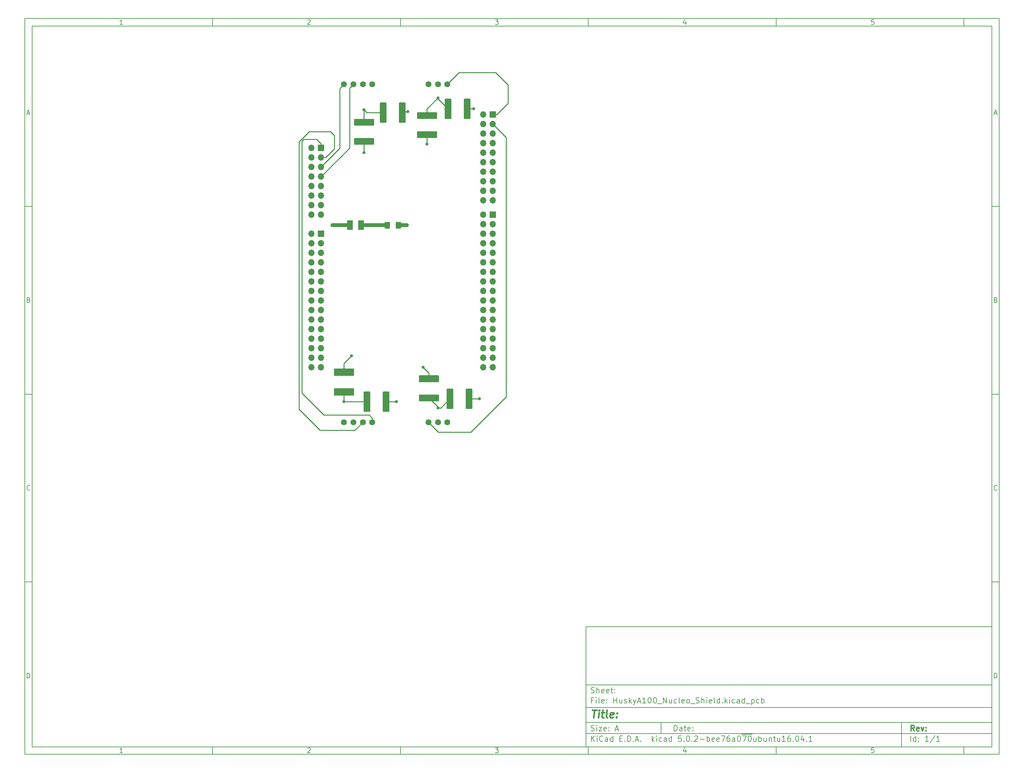
<source format=gbr>
G04 #@! TF.GenerationSoftware,KiCad,Pcbnew,5.0.2-bee76a0~70~ubuntu16.04.1*
G04 #@! TF.CreationDate,2019-02-15T17:44:48-05:00*
G04 #@! TF.ProjectId,HuskyA100_Nucleo_Shield,4875736b-7941-4313-9030-5f4e75636c65,rev?*
G04 #@! TF.SameCoordinates,Original*
G04 #@! TF.FileFunction,Copper,L1,Top*
G04 #@! TF.FilePolarity,Positive*
%FSLAX46Y46*%
G04 Gerber Fmt 4.6, Leading zero omitted, Abs format (unit mm)*
G04 Created by KiCad (PCBNEW 5.0.2-bee76a0~70~ubuntu16.04.1) date Fri 15 Feb 2019 05:44:48 PM EST*
%MOMM*%
%LPD*%
G01*
G04 APERTURE LIST*
%ADD10C,0.100000*%
%ADD11C,0.150000*%
%ADD12C,0.300000*%
%ADD13C,0.400000*%
G04 #@! TA.AperFunction,ComponentPad*
%ADD14C,1.600000*%
G04 #@! TD*
G04 #@! TA.AperFunction,ComponentPad*
%ADD15R,1.700000X1.700000*%
G04 #@! TD*
G04 #@! TA.AperFunction,ComponentPad*
%ADD16O,1.700000X1.700000*%
G04 #@! TD*
G04 #@! TA.AperFunction,Conductor*
%ADD17C,0.100000*%
G04 #@! TD*
G04 #@! TA.AperFunction,SMDPad,CuDef*
%ADD18C,1.800000*%
G04 #@! TD*
G04 #@! TA.AperFunction,SMDPad,CuDef*
%ADD19R,1.500000X2.600000*%
G04 #@! TD*
G04 #@! TA.AperFunction,SMDPad,CuDef*
%ADD20C,1.425000*%
G04 #@! TD*
G04 #@! TA.AperFunction,SMDPad,CuDef*
%ADD21C,1.975000*%
G04 #@! TD*
G04 #@! TA.AperFunction,ViaPad*
%ADD22C,0.800000*%
G04 #@! TD*
G04 #@! TA.AperFunction,Conductor*
%ADD23C,1.000000*%
G04 #@! TD*
G04 #@! TA.AperFunction,Conductor*
%ADD24C,0.250000*%
G04 #@! TD*
G04 APERTURE END LIST*
D10*
D11*
X159400000Y-171900000D02*
X159400000Y-203900000D01*
X267400000Y-203900000D01*
X267400000Y-171900000D01*
X159400000Y-171900000D01*
D10*
D11*
X10000000Y-10000000D02*
X10000000Y-205900000D01*
X269400000Y-205900000D01*
X269400000Y-10000000D01*
X10000000Y-10000000D01*
D10*
D11*
X12000000Y-12000000D02*
X12000000Y-203900000D01*
X267400000Y-203900000D01*
X267400000Y-12000000D01*
X12000000Y-12000000D01*
D10*
D11*
X60000000Y-12000000D02*
X60000000Y-10000000D01*
D10*
D11*
X110000000Y-12000000D02*
X110000000Y-10000000D01*
D10*
D11*
X160000000Y-12000000D02*
X160000000Y-10000000D01*
D10*
D11*
X210000000Y-12000000D02*
X210000000Y-10000000D01*
D10*
D11*
X260000000Y-12000000D02*
X260000000Y-10000000D01*
D10*
D11*
X36065476Y-11588095D02*
X35322619Y-11588095D01*
X35694047Y-11588095D02*
X35694047Y-10288095D01*
X35570238Y-10473809D01*
X35446428Y-10597619D01*
X35322619Y-10659523D01*
D10*
D11*
X85322619Y-10411904D02*
X85384523Y-10350000D01*
X85508333Y-10288095D01*
X85817857Y-10288095D01*
X85941666Y-10350000D01*
X86003571Y-10411904D01*
X86065476Y-10535714D01*
X86065476Y-10659523D01*
X86003571Y-10845238D01*
X85260714Y-11588095D01*
X86065476Y-11588095D01*
D10*
D11*
X135260714Y-10288095D02*
X136065476Y-10288095D01*
X135632142Y-10783333D01*
X135817857Y-10783333D01*
X135941666Y-10845238D01*
X136003571Y-10907142D01*
X136065476Y-11030952D01*
X136065476Y-11340476D01*
X136003571Y-11464285D01*
X135941666Y-11526190D01*
X135817857Y-11588095D01*
X135446428Y-11588095D01*
X135322619Y-11526190D01*
X135260714Y-11464285D01*
D10*
D11*
X185941666Y-10721428D02*
X185941666Y-11588095D01*
X185632142Y-10226190D02*
X185322619Y-11154761D01*
X186127380Y-11154761D01*
D10*
D11*
X236003571Y-10288095D02*
X235384523Y-10288095D01*
X235322619Y-10907142D01*
X235384523Y-10845238D01*
X235508333Y-10783333D01*
X235817857Y-10783333D01*
X235941666Y-10845238D01*
X236003571Y-10907142D01*
X236065476Y-11030952D01*
X236065476Y-11340476D01*
X236003571Y-11464285D01*
X235941666Y-11526190D01*
X235817857Y-11588095D01*
X235508333Y-11588095D01*
X235384523Y-11526190D01*
X235322619Y-11464285D01*
D10*
D11*
X60000000Y-203900000D02*
X60000000Y-205900000D01*
D10*
D11*
X110000000Y-203900000D02*
X110000000Y-205900000D01*
D10*
D11*
X160000000Y-203900000D02*
X160000000Y-205900000D01*
D10*
D11*
X210000000Y-203900000D02*
X210000000Y-205900000D01*
D10*
D11*
X260000000Y-203900000D02*
X260000000Y-205900000D01*
D10*
D11*
X36065476Y-205488095D02*
X35322619Y-205488095D01*
X35694047Y-205488095D02*
X35694047Y-204188095D01*
X35570238Y-204373809D01*
X35446428Y-204497619D01*
X35322619Y-204559523D01*
D10*
D11*
X85322619Y-204311904D02*
X85384523Y-204250000D01*
X85508333Y-204188095D01*
X85817857Y-204188095D01*
X85941666Y-204250000D01*
X86003571Y-204311904D01*
X86065476Y-204435714D01*
X86065476Y-204559523D01*
X86003571Y-204745238D01*
X85260714Y-205488095D01*
X86065476Y-205488095D01*
D10*
D11*
X135260714Y-204188095D02*
X136065476Y-204188095D01*
X135632142Y-204683333D01*
X135817857Y-204683333D01*
X135941666Y-204745238D01*
X136003571Y-204807142D01*
X136065476Y-204930952D01*
X136065476Y-205240476D01*
X136003571Y-205364285D01*
X135941666Y-205426190D01*
X135817857Y-205488095D01*
X135446428Y-205488095D01*
X135322619Y-205426190D01*
X135260714Y-205364285D01*
D10*
D11*
X185941666Y-204621428D02*
X185941666Y-205488095D01*
X185632142Y-204126190D02*
X185322619Y-205054761D01*
X186127380Y-205054761D01*
D10*
D11*
X236003571Y-204188095D02*
X235384523Y-204188095D01*
X235322619Y-204807142D01*
X235384523Y-204745238D01*
X235508333Y-204683333D01*
X235817857Y-204683333D01*
X235941666Y-204745238D01*
X236003571Y-204807142D01*
X236065476Y-204930952D01*
X236065476Y-205240476D01*
X236003571Y-205364285D01*
X235941666Y-205426190D01*
X235817857Y-205488095D01*
X235508333Y-205488095D01*
X235384523Y-205426190D01*
X235322619Y-205364285D01*
D10*
D11*
X10000000Y-60000000D02*
X12000000Y-60000000D01*
D10*
D11*
X10000000Y-110000000D02*
X12000000Y-110000000D01*
D10*
D11*
X10000000Y-160000000D02*
X12000000Y-160000000D01*
D10*
D11*
X10690476Y-35216666D02*
X11309523Y-35216666D01*
X10566666Y-35588095D02*
X11000000Y-34288095D01*
X11433333Y-35588095D01*
D10*
D11*
X11092857Y-84907142D02*
X11278571Y-84969047D01*
X11340476Y-85030952D01*
X11402380Y-85154761D01*
X11402380Y-85340476D01*
X11340476Y-85464285D01*
X11278571Y-85526190D01*
X11154761Y-85588095D01*
X10659523Y-85588095D01*
X10659523Y-84288095D01*
X11092857Y-84288095D01*
X11216666Y-84350000D01*
X11278571Y-84411904D01*
X11340476Y-84535714D01*
X11340476Y-84659523D01*
X11278571Y-84783333D01*
X11216666Y-84845238D01*
X11092857Y-84907142D01*
X10659523Y-84907142D01*
D10*
D11*
X11402380Y-135464285D02*
X11340476Y-135526190D01*
X11154761Y-135588095D01*
X11030952Y-135588095D01*
X10845238Y-135526190D01*
X10721428Y-135402380D01*
X10659523Y-135278571D01*
X10597619Y-135030952D01*
X10597619Y-134845238D01*
X10659523Y-134597619D01*
X10721428Y-134473809D01*
X10845238Y-134350000D01*
X11030952Y-134288095D01*
X11154761Y-134288095D01*
X11340476Y-134350000D01*
X11402380Y-134411904D01*
D10*
D11*
X10659523Y-185588095D02*
X10659523Y-184288095D01*
X10969047Y-184288095D01*
X11154761Y-184350000D01*
X11278571Y-184473809D01*
X11340476Y-184597619D01*
X11402380Y-184845238D01*
X11402380Y-185030952D01*
X11340476Y-185278571D01*
X11278571Y-185402380D01*
X11154761Y-185526190D01*
X10969047Y-185588095D01*
X10659523Y-185588095D01*
D10*
D11*
X269400000Y-60000000D02*
X267400000Y-60000000D01*
D10*
D11*
X269400000Y-110000000D02*
X267400000Y-110000000D01*
D10*
D11*
X269400000Y-160000000D02*
X267400000Y-160000000D01*
D10*
D11*
X268090476Y-35216666D02*
X268709523Y-35216666D01*
X267966666Y-35588095D02*
X268400000Y-34288095D01*
X268833333Y-35588095D01*
D10*
D11*
X268492857Y-84907142D02*
X268678571Y-84969047D01*
X268740476Y-85030952D01*
X268802380Y-85154761D01*
X268802380Y-85340476D01*
X268740476Y-85464285D01*
X268678571Y-85526190D01*
X268554761Y-85588095D01*
X268059523Y-85588095D01*
X268059523Y-84288095D01*
X268492857Y-84288095D01*
X268616666Y-84350000D01*
X268678571Y-84411904D01*
X268740476Y-84535714D01*
X268740476Y-84659523D01*
X268678571Y-84783333D01*
X268616666Y-84845238D01*
X268492857Y-84907142D01*
X268059523Y-84907142D01*
D10*
D11*
X268802380Y-135464285D02*
X268740476Y-135526190D01*
X268554761Y-135588095D01*
X268430952Y-135588095D01*
X268245238Y-135526190D01*
X268121428Y-135402380D01*
X268059523Y-135278571D01*
X267997619Y-135030952D01*
X267997619Y-134845238D01*
X268059523Y-134597619D01*
X268121428Y-134473809D01*
X268245238Y-134350000D01*
X268430952Y-134288095D01*
X268554761Y-134288095D01*
X268740476Y-134350000D01*
X268802380Y-134411904D01*
D10*
D11*
X268059523Y-185588095D02*
X268059523Y-184288095D01*
X268369047Y-184288095D01*
X268554761Y-184350000D01*
X268678571Y-184473809D01*
X268740476Y-184597619D01*
X268802380Y-184845238D01*
X268802380Y-185030952D01*
X268740476Y-185278571D01*
X268678571Y-185402380D01*
X268554761Y-185526190D01*
X268369047Y-185588095D01*
X268059523Y-185588095D01*
D10*
D11*
X182832142Y-199678571D02*
X182832142Y-198178571D01*
X183189285Y-198178571D01*
X183403571Y-198250000D01*
X183546428Y-198392857D01*
X183617857Y-198535714D01*
X183689285Y-198821428D01*
X183689285Y-199035714D01*
X183617857Y-199321428D01*
X183546428Y-199464285D01*
X183403571Y-199607142D01*
X183189285Y-199678571D01*
X182832142Y-199678571D01*
X184975000Y-199678571D02*
X184975000Y-198892857D01*
X184903571Y-198750000D01*
X184760714Y-198678571D01*
X184475000Y-198678571D01*
X184332142Y-198750000D01*
X184975000Y-199607142D02*
X184832142Y-199678571D01*
X184475000Y-199678571D01*
X184332142Y-199607142D01*
X184260714Y-199464285D01*
X184260714Y-199321428D01*
X184332142Y-199178571D01*
X184475000Y-199107142D01*
X184832142Y-199107142D01*
X184975000Y-199035714D01*
X185475000Y-198678571D02*
X186046428Y-198678571D01*
X185689285Y-198178571D02*
X185689285Y-199464285D01*
X185760714Y-199607142D01*
X185903571Y-199678571D01*
X186046428Y-199678571D01*
X187117857Y-199607142D02*
X186975000Y-199678571D01*
X186689285Y-199678571D01*
X186546428Y-199607142D01*
X186475000Y-199464285D01*
X186475000Y-198892857D01*
X186546428Y-198750000D01*
X186689285Y-198678571D01*
X186975000Y-198678571D01*
X187117857Y-198750000D01*
X187189285Y-198892857D01*
X187189285Y-199035714D01*
X186475000Y-199178571D01*
X187832142Y-199535714D02*
X187903571Y-199607142D01*
X187832142Y-199678571D01*
X187760714Y-199607142D01*
X187832142Y-199535714D01*
X187832142Y-199678571D01*
X187832142Y-198750000D02*
X187903571Y-198821428D01*
X187832142Y-198892857D01*
X187760714Y-198821428D01*
X187832142Y-198750000D01*
X187832142Y-198892857D01*
D10*
D11*
X159400000Y-200400000D02*
X267400000Y-200400000D01*
D10*
D11*
X160832142Y-202478571D02*
X160832142Y-200978571D01*
X161689285Y-202478571D02*
X161046428Y-201621428D01*
X161689285Y-200978571D02*
X160832142Y-201835714D01*
X162332142Y-202478571D02*
X162332142Y-201478571D01*
X162332142Y-200978571D02*
X162260714Y-201050000D01*
X162332142Y-201121428D01*
X162403571Y-201050000D01*
X162332142Y-200978571D01*
X162332142Y-201121428D01*
X163903571Y-202335714D02*
X163832142Y-202407142D01*
X163617857Y-202478571D01*
X163475000Y-202478571D01*
X163260714Y-202407142D01*
X163117857Y-202264285D01*
X163046428Y-202121428D01*
X162975000Y-201835714D01*
X162975000Y-201621428D01*
X163046428Y-201335714D01*
X163117857Y-201192857D01*
X163260714Y-201050000D01*
X163475000Y-200978571D01*
X163617857Y-200978571D01*
X163832142Y-201050000D01*
X163903571Y-201121428D01*
X165189285Y-202478571D02*
X165189285Y-201692857D01*
X165117857Y-201550000D01*
X164975000Y-201478571D01*
X164689285Y-201478571D01*
X164546428Y-201550000D01*
X165189285Y-202407142D02*
X165046428Y-202478571D01*
X164689285Y-202478571D01*
X164546428Y-202407142D01*
X164475000Y-202264285D01*
X164475000Y-202121428D01*
X164546428Y-201978571D01*
X164689285Y-201907142D01*
X165046428Y-201907142D01*
X165189285Y-201835714D01*
X166546428Y-202478571D02*
X166546428Y-200978571D01*
X166546428Y-202407142D02*
X166403571Y-202478571D01*
X166117857Y-202478571D01*
X165975000Y-202407142D01*
X165903571Y-202335714D01*
X165832142Y-202192857D01*
X165832142Y-201764285D01*
X165903571Y-201621428D01*
X165975000Y-201550000D01*
X166117857Y-201478571D01*
X166403571Y-201478571D01*
X166546428Y-201550000D01*
X168403571Y-201692857D02*
X168903571Y-201692857D01*
X169117857Y-202478571D02*
X168403571Y-202478571D01*
X168403571Y-200978571D01*
X169117857Y-200978571D01*
X169760714Y-202335714D02*
X169832142Y-202407142D01*
X169760714Y-202478571D01*
X169689285Y-202407142D01*
X169760714Y-202335714D01*
X169760714Y-202478571D01*
X170475000Y-202478571D02*
X170475000Y-200978571D01*
X170832142Y-200978571D01*
X171046428Y-201050000D01*
X171189285Y-201192857D01*
X171260714Y-201335714D01*
X171332142Y-201621428D01*
X171332142Y-201835714D01*
X171260714Y-202121428D01*
X171189285Y-202264285D01*
X171046428Y-202407142D01*
X170832142Y-202478571D01*
X170475000Y-202478571D01*
X171975000Y-202335714D02*
X172046428Y-202407142D01*
X171975000Y-202478571D01*
X171903571Y-202407142D01*
X171975000Y-202335714D01*
X171975000Y-202478571D01*
X172617857Y-202050000D02*
X173332142Y-202050000D01*
X172475000Y-202478571D02*
X172975000Y-200978571D01*
X173475000Y-202478571D01*
X173975000Y-202335714D02*
X174046428Y-202407142D01*
X173975000Y-202478571D01*
X173903571Y-202407142D01*
X173975000Y-202335714D01*
X173975000Y-202478571D01*
X176975000Y-202478571D02*
X176975000Y-200978571D01*
X177117857Y-201907142D02*
X177546428Y-202478571D01*
X177546428Y-201478571D02*
X176975000Y-202050000D01*
X178189285Y-202478571D02*
X178189285Y-201478571D01*
X178189285Y-200978571D02*
X178117857Y-201050000D01*
X178189285Y-201121428D01*
X178260714Y-201050000D01*
X178189285Y-200978571D01*
X178189285Y-201121428D01*
X179546428Y-202407142D02*
X179403571Y-202478571D01*
X179117857Y-202478571D01*
X178975000Y-202407142D01*
X178903571Y-202335714D01*
X178832142Y-202192857D01*
X178832142Y-201764285D01*
X178903571Y-201621428D01*
X178975000Y-201550000D01*
X179117857Y-201478571D01*
X179403571Y-201478571D01*
X179546428Y-201550000D01*
X180832142Y-202478571D02*
X180832142Y-201692857D01*
X180760714Y-201550000D01*
X180617857Y-201478571D01*
X180332142Y-201478571D01*
X180189285Y-201550000D01*
X180832142Y-202407142D02*
X180689285Y-202478571D01*
X180332142Y-202478571D01*
X180189285Y-202407142D01*
X180117857Y-202264285D01*
X180117857Y-202121428D01*
X180189285Y-201978571D01*
X180332142Y-201907142D01*
X180689285Y-201907142D01*
X180832142Y-201835714D01*
X182189285Y-202478571D02*
X182189285Y-200978571D01*
X182189285Y-202407142D02*
X182046428Y-202478571D01*
X181760714Y-202478571D01*
X181617857Y-202407142D01*
X181546428Y-202335714D01*
X181475000Y-202192857D01*
X181475000Y-201764285D01*
X181546428Y-201621428D01*
X181617857Y-201550000D01*
X181760714Y-201478571D01*
X182046428Y-201478571D01*
X182189285Y-201550000D01*
X184760714Y-200978571D02*
X184046428Y-200978571D01*
X183975000Y-201692857D01*
X184046428Y-201621428D01*
X184189285Y-201550000D01*
X184546428Y-201550000D01*
X184689285Y-201621428D01*
X184760714Y-201692857D01*
X184832142Y-201835714D01*
X184832142Y-202192857D01*
X184760714Y-202335714D01*
X184689285Y-202407142D01*
X184546428Y-202478571D01*
X184189285Y-202478571D01*
X184046428Y-202407142D01*
X183975000Y-202335714D01*
X185475000Y-202335714D02*
X185546428Y-202407142D01*
X185475000Y-202478571D01*
X185403571Y-202407142D01*
X185475000Y-202335714D01*
X185475000Y-202478571D01*
X186475000Y-200978571D02*
X186617857Y-200978571D01*
X186760714Y-201050000D01*
X186832142Y-201121428D01*
X186903571Y-201264285D01*
X186975000Y-201550000D01*
X186975000Y-201907142D01*
X186903571Y-202192857D01*
X186832142Y-202335714D01*
X186760714Y-202407142D01*
X186617857Y-202478571D01*
X186475000Y-202478571D01*
X186332142Y-202407142D01*
X186260714Y-202335714D01*
X186189285Y-202192857D01*
X186117857Y-201907142D01*
X186117857Y-201550000D01*
X186189285Y-201264285D01*
X186260714Y-201121428D01*
X186332142Y-201050000D01*
X186475000Y-200978571D01*
X187617857Y-202335714D02*
X187689285Y-202407142D01*
X187617857Y-202478571D01*
X187546428Y-202407142D01*
X187617857Y-202335714D01*
X187617857Y-202478571D01*
X188260714Y-201121428D02*
X188332142Y-201050000D01*
X188475000Y-200978571D01*
X188832142Y-200978571D01*
X188975000Y-201050000D01*
X189046428Y-201121428D01*
X189117857Y-201264285D01*
X189117857Y-201407142D01*
X189046428Y-201621428D01*
X188189285Y-202478571D01*
X189117857Y-202478571D01*
X189760714Y-201907142D02*
X190903571Y-201907142D01*
X191617857Y-202478571D02*
X191617857Y-200978571D01*
X191617857Y-201550000D02*
X191760714Y-201478571D01*
X192046428Y-201478571D01*
X192189285Y-201550000D01*
X192260714Y-201621428D01*
X192332142Y-201764285D01*
X192332142Y-202192857D01*
X192260714Y-202335714D01*
X192189285Y-202407142D01*
X192046428Y-202478571D01*
X191760714Y-202478571D01*
X191617857Y-202407142D01*
X193546428Y-202407142D02*
X193403571Y-202478571D01*
X193117857Y-202478571D01*
X192975000Y-202407142D01*
X192903571Y-202264285D01*
X192903571Y-201692857D01*
X192975000Y-201550000D01*
X193117857Y-201478571D01*
X193403571Y-201478571D01*
X193546428Y-201550000D01*
X193617857Y-201692857D01*
X193617857Y-201835714D01*
X192903571Y-201978571D01*
X194832142Y-202407142D02*
X194689285Y-202478571D01*
X194403571Y-202478571D01*
X194260714Y-202407142D01*
X194189285Y-202264285D01*
X194189285Y-201692857D01*
X194260714Y-201550000D01*
X194403571Y-201478571D01*
X194689285Y-201478571D01*
X194832142Y-201550000D01*
X194903571Y-201692857D01*
X194903571Y-201835714D01*
X194189285Y-201978571D01*
X195403571Y-200978571D02*
X196403571Y-200978571D01*
X195760714Y-202478571D01*
X197617857Y-200978571D02*
X197332142Y-200978571D01*
X197189285Y-201050000D01*
X197117857Y-201121428D01*
X196975000Y-201335714D01*
X196903571Y-201621428D01*
X196903571Y-202192857D01*
X196975000Y-202335714D01*
X197046428Y-202407142D01*
X197189285Y-202478571D01*
X197475000Y-202478571D01*
X197617857Y-202407142D01*
X197689285Y-202335714D01*
X197760714Y-202192857D01*
X197760714Y-201835714D01*
X197689285Y-201692857D01*
X197617857Y-201621428D01*
X197475000Y-201550000D01*
X197189285Y-201550000D01*
X197046428Y-201621428D01*
X196975000Y-201692857D01*
X196903571Y-201835714D01*
X199046428Y-202478571D02*
X199046428Y-201692857D01*
X198975000Y-201550000D01*
X198832142Y-201478571D01*
X198546428Y-201478571D01*
X198403571Y-201550000D01*
X199046428Y-202407142D02*
X198903571Y-202478571D01*
X198546428Y-202478571D01*
X198403571Y-202407142D01*
X198332142Y-202264285D01*
X198332142Y-202121428D01*
X198403571Y-201978571D01*
X198546428Y-201907142D01*
X198903571Y-201907142D01*
X199046428Y-201835714D01*
X200046428Y-200978571D02*
X200189285Y-200978571D01*
X200332142Y-201050000D01*
X200403571Y-201121428D01*
X200475000Y-201264285D01*
X200546428Y-201550000D01*
X200546428Y-201907142D01*
X200475000Y-202192857D01*
X200403571Y-202335714D01*
X200332142Y-202407142D01*
X200189285Y-202478571D01*
X200046428Y-202478571D01*
X199903571Y-202407142D01*
X199832142Y-202335714D01*
X199760714Y-202192857D01*
X199689285Y-201907142D01*
X199689285Y-201550000D01*
X199760714Y-201264285D01*
X199832142Y-201121428D01*
X199903571Y-201050000D01*
X200046428Y-200978571D01*
X200832142Y-200570000D02*
X202260714Y-200570000D01*
X201046428Y-200978571D02*
X202046428Y-200978571D01*
X201403571Y-202478571D01*
X202260714Y-200570000D02*
X203689285Y-200570000D01*
X202903571Y-200978571D02*
X203046428Y-200978571D01*
X203189285Y-201050000D01*
X203260714Y-201121428D01*
X203332142Y-201264285D01*
X203403571Y-201550000D01*
X203403571Y-201907142D01*
X203332142Y-202192857D01*
X203260714Y-202335714D01*
X203189285Y-202407142D01*
X203046428Y-202478571D01*
X202903571Y-202478571D01*
X202760714Y-202407142D01*
X202689285Y-202335714D01*
X202617857Y-202192857D01*
X202546428Y-201907142D01*
X202546428Y-201550000D01*
X202617857Y-201264285D01*
X202689285Y-201121428D01*
X202760714Y-201050000D01*
X202903571Y-200978571D01*
X204689285Y-201478571D02*
X204689285Y-202478571D01*
X204046428Y-201478571D02*
X204046428Y-202264285D01*
X204117857Y-202407142D01*
X204260714Y-202478571D01*
X204475000Y-202478571D01*
X204617857Y-202407142D01*
X204689285Y-202335714D01*
X205403571Y-202478571D02*
X205403571Y-200978571D01*
X205403571Y-201550000D02*
X205546428Y-201478571D01*
X205832142Y-201478571D01*
X205975000Y-201550000D01*
X206046428Y-201621428D01*
X206117857Y-201764285D01*
X206117857Y-202192857D01*
X206046428Y-202335714D01*
X205975000Y-202407142D01*
X205832142Y-202478571D01*
X205546428Y-202478571D01*
X205403571Y-202407142D01*
X207403571Y-201478571D02*
X207403571Y-202478571D01*
X206760714Y-201478571D02*
X206760714Y-202264285D01*
X206832142Y-202407142D01*
X206975000Y-202478571D01*
X207189285Y-202478571D01*
X207332142Y-202407142D01*
X207403571Y-202335714D01*
X208117857Y-201478571D02*
X208117857Y-202478571D01*
X208117857Y-201621428D02*
X208189285Y-201550000D01*
X208332142Y-201478571D01*
X208546428Y-201478571D01*
X208689285Y-201550000D01*
X208760714Y-201692857D01*
X208760714Y-202478571D01*
X209260714Y-201478571D02*
X209832142Y-201478571D01*
X209475000Y-200978571D02*
X209475000Y-202264285D01*
X209546428Y-202407142D01*
X209689285Y-202478571D01*
X209832142Y-202478571D01*
X210975000Y-201478571D02*
X210975000Y-202478571D01*
X210332142Y-201478571D02*
X210332142Y-202264285D01*
X210403571Y-202407142D01*
X210546428Y-202478571D01*
X210760714Y-202478571D01*
X210903571Y-202407142D01*
X210975000Y-202335714D01*
X212475000Y-202478571D02*
X211617857Y-202478571D01*
X212046428Y-202478571D02*
X212046428Y-200978571D01*
X211903571Y-201192857D01*
X211760714Y-201335714D01*
X211617857Y-201407142D01*
X213760714Y-200978571D02*
X213475000Y-200978571D01*
X213332142Y-201050000D01*
X213260714Y-201121428D01*
X213117857Y-201335714D01*
X213046428Y-201621428D01*
X213046428Y-202192857D01*
X213117857Y-202335714D01*
X213189285Y-202407142D01*
X213332142Y-202478571D01*
X213617857Y-202478571D01*
X213760714Y-202407142D01*
X213832142Y-202335714D01*
X213903571Y-202192857D01*
X213903571Y-201835714D01*
X213832142Y-201692857D01*
X213760714Y-201621428D01*
X213617857Y-201550000D01*
X213332142Y-201550000D01*
X213189285Y-201621428D01*
X213117857Y-201692857D01*
X213046428Y-201835714D01*
X214546428Y-202335714D02*
X214617857Y-202407142D01*
X214546428Y-202478571D01*
X214475000Y-202407142D01*
X214546428Y-202335714D01*
X214546428Y-202478571D01*
X215546428Y-200978571D02*
X215689285Y-200978571D01*
X215832142Y-201050000D01*
X215903571Y-201121428D01*
X215975000Y-201264285D01*
X216046428Y-201550000D01*
X216046428Y-201907142D01*
X215975000Y-202192857D01*
X215903571Y-202335714D01*
X215832142Y-202407142D01*
X215689285Y-202478571D01*
X215546428Y-202478571D01*
X215403571Y-202407142D01*
X215332142Y-202335714D01*
X215260714Y-202192857D01*
X215189285Y-201907142D01*
X215189285Y-201550000D01*
X215260714Y-201264285D01*
X215332142Y-201121428D01*
X215403571Y-201050000D01*
X215546428Y-200978571D01*
X217332142Y-201478571D02*
X217332142Y-202478571D01*
X216975000Y-200907142D02*
X216617857Y-201978571D01*
X217546428Y-201978571D01*
X218117857Y-202335714D02*
X218189285Y-202407142D01*
X218117857Y-202478571D01*
X218046428Y-202407142D01*
X218117857Y-202335714D01*
X218117857Y-202478571D01*
X219617857Y-202478571D02*
X218760714Y-202478571D01*
X219189285Y-202478571D02*
X219189285Y-200978571D01*
X219046428Y-201192857D01*
X218903571Y-201335714D01*
X218760714Y-201407142D01*
D10*
D11*
X159400000Y-197400000D02*
X267400000Y-197400000D01*
D10*
D12*
X246809285Y-199678571D02*
X246309285Y-198964285D01*
X245952142Y-199678571D02*
X245952142Y-198178571D01*
X246523571Y-198178571D01*
X246666428Y-198250000D01*
X246737857Y-198321428D01*
X246809285Y-198464285D01*
X246809285Y-198678571D01*
X246737857Y-198821428D01*
X246666428Y-198892857D01*
X246523571Y-198964285D01*
X245952142Y-198964285D01*
X248023571Y-199607142D02*
X247880714Y-199678571D01*
X247595000Y-199678571D01*
X247452142Y-199607142D01*
X247380714Y-199464285D01*
X247380714Y-198892857D01*
X247452142Y-198750000D01*
X247595000Y-198678571D01*
X247880714Y-198678571D01*
X248023571Y-198750000D01*
X248095000Y-198892857D01*
X248095000Y-199035714D01*
X247380714Y-199178571D01*
X248595000Y-198678571D02*
X248952142Y-199678571D01*
X249309285Y-198678571D01*
X249880714Y-199535714D02*
X249952142Y-199607142D01*
X249880714Y-199678571D01*
X249809285Y-199607142D01*
X249880714Y-199535714D01*
X249880714Y-199678571D01*
X249880714Y-198750000D02*
X249952142Y-198821428D01*
X249880714Y-198892857D01*
X249809285Y-198821428D01*
X249880714Y-198750000D01*
X249880714Y-198892857D01*
D10*
D11*
X160760714Y-199607142D02*
X160975000Y-199678571D01*
X161332142Y-199678571D01*
X161475000Y-199607142D01*
X161546428Y-199535714D01*
X161617857Y-199392857D01*
X161617857Y-199250000D01*
X161546428Y-199107142D01*
X161475000Y-199035714D01*
X161332142Y-198964285D01*
X161046428Y-198892857D01*
X160903571Y-198821428D01*
X160832142Y-198750000D01*
X160760714Y-198607142D01*
X160760714Y-198464285D01*
X160832142Y-198321428D01*
X160903571Y-198250000D01*
X161046428Y-198178571D01*
X161403571Y-198178571D01*
X161617857Y-198250000D01*
X162260714Y-199678571D02*
X162260714Y-198678571D01*
X162260714Y-198178571D02*
X162189285Y-198250000D01*
X162260714Y-198321428D01*
X162332142Y-198250000D01*
X162260714Y-198178571D01*
X162260714Y-198321428D01*
X162832142Y-198678571D02*
X163617857Y-198678571D01*
X162832142Y-199678571D01*
X163617857Y-199678571D01*
X164760714Y-199607142D02*
X164617857Y-199678571D01*
X164332142Y-199678571D01*
X164189285Y-199607142D01*
X164117857Y-199464285D01*
X164117857Y-198892857D01*
X164189285Y-198750000D01*
X164332142Y-198678571D01*
X164617857Y-198678571D01*
X164760714Y-198750000D01*
X164832142Y-198892857D01*
X164832142Y-199035714D01*
X164117857Y-199178571D01*
X165475000Y-199535714D02*
X165546428Y-199607142D01*
X165475000Y-199678571D01*
X165403571Y-199607142D01*
X165475000Y-199535714D01*
X165475000Y-199678571D01*
X165475000Y-198750000D02*
X165546428Y-198821428D01*
X165475000Y-198892857D01*
X165403571Y-198821428D01*
X165475000Y-198750000D01*
X165475000Y-198892857D01*
X167260714Y-199250000D02*
X167975000Y-199250000D01*
X167117857Y-199678571D02*
X167617857Y-198178571D01*
X168117857Y-199678571D01*
D10*
D11*
X245832142Y-202478571D02*
X245832142Y-200978571D01*
X247189285Y-202478571D02*
X247189285Y-200978571D01*
X247189285Y-202407142D02*
X247046428Y-202478571D01*
X246760714Y-202478571D01*
X246617857Y-202407142D01*
X246546428Y-202335714D01*
X246475000Y-202192857D01*
X246475000Y-201764285D01*
X246546428Y-201621428D01*
X246617857Y-201550000D01*
X246760714Y-201478571D01*
X247046428Y-201478571D01*
X247189285Y-201550000D01*
X247903571Y-202335714D02*
X247975000Y-202407142D01*
X247903571Y-202478571D01*
X247832142Y-202407142D01*
X247903571Y-202335714D01*
X247903571Y-202478571D01*
X247903571Y-201550000D02*
X247975000Y-201621428D01*
X247903571Y-201692857D01*
X247832142Y-201621428D01*
X247903571Y-201550000D01*
X247903571Y-201692857D01*
X250546428Y-202478571D02*
X249689285Y-202478571D01*
X250117857Y-202478571D02*
X250117857Y-200978571D01*
X249975000Y-201192857D01*
X249832142Y-201335714D01*
X249689285Y-201407142D01*
X252260714Y-200907142D02*
X250975000Y-202835714D01*
X253546428Y-202478571D02*
X252689285Y-202478571D01*
X253117857Y-202478571D02*
X253117857Y-200978571D01*
X252975000Y-201192857D01*
X252832142Y-201335714D01*
X252689285Y-201407142D01*
D10*
D11*
X159400000Y-193400000D02*
X267400000Y-193400000D01*
D10*
D13*
X161112380Y-194104761D02*
X162255238Y-194104761D01*
X161433809Y-196104761D02*
X161683809Y-194104761D01*
X162671904Y-196104761D02*
X162838571Y-194771428D01*
X162921904Y-194104761D02*
X162814761Y-194200000D01*
X162898095Y-194295238D01*
X163005238Y-194200000D01*
X162921904Y-194104761D01*
X162898095Y-194295238D01*
X163505238Y-194771428D02*
X164267142Y-194771428D01*
X163874285Y-194104761D02*
X163660000Y-195819047D01*
X163731428Y-196009523D01*
X163910000Y-196104761D01*
X164100476Y-196104761D01*
X165052857Y-196104761D02*
X164874285Y-196009523D01*
X164802857Y-195819047D01*
X165017142Y-194104761D01*
X166588571Y-196009523D02*
X166386190Y-196104761D01*
X166005238Y-196104761D01*
X165826666Y-196009523D01*
X165755238Y-195819047D01*
X165850476Y-195057142D01*
X165969523Y-194866666D01*
X166171904Y-194771428D01*
X166552857Y-194771428D01*
X166731428Y-194866666D01*
X166802857Y-195057142D01*
X166779047Y-195247619D01*
X165802857Y-195438095D01*
X167552857Y-195914285D02*
X167636190Y-196009523D01*
X167529047Y-196104761D01*
X167445714Y-196009523D01*
X167552857Y-195914285D01*
X167529047Y-196104761D01*
X167683809Y-194866666D02*
X167767142Y-194961904D01*
X167660000Y-195057142D01*
X167576666Y-194961904D01*
X167683809Y-194866666D01*
X167660000Y-195057142D01*
D10*
D11*
X161332142Y-191492857D02*
X160832142Y-191492857D01*
X160832142Y-192278571D02*
X160832142Y-190778571D01*
X161546428Y-190778571D01*
X162117857Y-192278571D02*
X162117857Y-191278571D01*
X162117857Y-190778571D02*
X162046428Y-190850000D01*
X162117857Y-190921428D01*
X162189285Y-190850000D01*
X162117857Y-190778571D01*
X162117857Y-190921428D01*
X163046428Y-192278571D02*
X162903571Y-192207142D01*
X162832142Y-192064285D01*
X162832142Y-190778571D01*
X164189285Y-192207142D02*
X164046428Y-192278571D01*
X163760714Y-192278571D01*
X163617857Y-192207142D01*
X163546428Y-192064285D01*
X163546428Y-191492857D01*
X163617857Y-191350000D01*
X163760714Y-191278571D01*
X164046428Y-191278571D01*
X164189285Y-191350000D01*
X164260714Y-191492857D01*
X164260714Y-191635714D01*
X163546428Y-191778571D01*
X164903571Y-192135714D02*
X164975000Y-192207142D01*
X164903571Y-192278571D01*
X164832142Y-192207142D01*
X164903571Y-192135714D01*
X164903571Y-192278571D01*
X164903571Y-191350000D02*
X164975000Y-191421428D01*
X164903571Y-191492857D01*
X164832142Y-191421428D01*
X164903571Y-191350000D01*
X164903571Y-191492857D01*
X166760714Y-192278571D02*
X166760714Y-190778571D01*
X166760714Y-191492857D02*
X167617857Y-191492857D01*
X167617857Y-192278571D02*
X167617857Y-190778571D01*
X168975000Y-191278571D02*
X168975000Y-192278571D01*
X168332142Y-191278571D02*
X168332142Y-192064285D01*
X168403571Y-192207142D01*
X168546428Y-192278571D01*
X168760714Y-192278571D01*
X168903571Y-192207142D01*
X168975000Y-192135714D01*
X169617857Y-192207142D02*
X169760714Y-192278571D01*
X170046428Y-192278571D01*
X170189285Y-192207142D01*
X170260714Y-192064285D01*
X170260714Y-191992857D01*
X170189285Y-191850000D01*
X170046428Y-191778571D01*
X169832142Y-191778571D01*
X169689285Y-191707142D01*
X169617857Y-191564285D01*
X169617857Y-191492857D01*
X169689285Y-191350000D01*
X169832142Y-191278571D01*
X170046428Y-191278571D01*
X170189285Y-191350000D01*
X170903571Y-192278571D02*
X170903571Y-190778571D01*
X171046428Y-191707142D02*
X171475000Y-192278571D01*
X171475000Y-191278571D02*
X170903571Y-191850000D01*
X171975000Y-191278571D02*
X172332142Y-192278571D01*
X172689285Y-191278571D02*
X172332142Y-192278571D01*
X172189285Y-192635714D01*
X172117857Y-192707142D01*
X171975000Y-192778571D01*
X173189285Y-191850000D02*
X173903571Y-191850000D01*
X173046428Y-192278571D02*
X173546428Y-190778571D01*
X174046428Y-192278571D01*
X175332142Y-192278571D02*
X174475000Y-192278571D01*
X174903571Y-192278571D02*
X174903571Y-190778571D01*
X174760714Y-190992857D01*
X174617857Y-191135714D01*
X174475000Y-191207142D01*
X176260714Y-190778571D02*
X176403571Y-190778571D01*
X176546428Y-190850000D01*
X176617857Y-190921428D01*
X176689285Y-191064285D01*
X176760714Y-191350000D01*
X176760714Y-191707142D01*
X176689285Y-191992857D01*
X176617857Y-192135714D01*
X176546428Y-192207142D01*
X176403571Y-192278571D01*
X176260714Y-192278571D01*
X176117857Y-192207142D01*
X176046428Y-192135714D01*
X175975000Y-191992857D01*
X175903571Y-191707142D01*
X175903571Y-191350000D01*
X175975000Y-191064285D01*
X176046428Y-190921428D01*
X176117857Y-190850000D01*
X176260714Y-190778571D01*
X177689285Y-190778571D02*
X177832142Y-190778571D01*
X177975000Y-190850000D01*
X178046428Y-190921428D01*
X178117857Y-191064285D01*
X178189285Y-191350000D01*
X178189285Y-191707142D01*
X178117857Y-191992857D01*
X178046428Y-192135714D01*
X177975000Y-192207142D01*
X177832142Y-192278571D01*
X177689285Y-192278571D01*
X177546428Y-192207142D01*
X177475000Y-192135714D01*
X177403571Y-191992857D01*
X177332142Y-191707142D01*
X177332142Y-191350000D01*
X177403571Y-191064285D01*
X177475000Y-190921428D01*
X177546428Y-190850000D01*
X177689285Y-190778571D01*
X178475000Y-192421428D02*
X179617857Y-192421428D01*
X179975000Y-192278571D02*
X179975000Y-190778571D01*
X180832142Y-192278571D01*
X180832142Y-190778571D01*
X182189285Y-191278571D02*
X182189285Y-192278571D01*
X181546428Y-191278571D02*
X181546428Y-192064285D01*
X181617857Y-192207142D01*
X181760714Y-192278571D01*
X181975000Y-192278571D01*
X182117857Y-192207142D01*
X182189285Y-192135714D01*
X183546428Y-192207142D02*
X183403571Y-192278571D01*
X183117857Y-192278571D01*
X182975000Y-192207142D01*
X182903571Y-192135714D01*
X182832142Y-191992857D01*
X182832142Y-191564285D01*
X182903571Y-191421428D01*
X182975000Y-191350000D01*
X183117857Y-191278571D01*
X183403571Y-191278571D01*
X183546428Y-191350000D01*
X184403571Y-192278571D02*
X184260714Y-192207142D01*
X184189285Y-192064285D01*
X184189285Y-190778571D01*
X185546428Y-192207142D02*
X185403571Y-192278571D01*
X185117857Y-192278571D01*
X184975000Y-192207142D01*
X184903571Y-192064285D01*
X184903571Y-191492857D01*
X184975000Y-191350000D01*
X185117857Y-191278571D01*
X185403571Y-191278571D01*
X185546428Y-191350000D01*
X185617857Y-191492857D01*
X185617857Y-191635714D01*
X184903571Y-191778571D01*
X186475000Y-192278571D02*
X186332142Y-192207142D01*
X186260714Y-192135714D01*
X186189285Y-191992857D01*
X186189285Y-191564285D01*
X186260714Y-191421428D01*
X186332142Y-191350000D01*
X186475000Y-191278571D01*
X186689285Y-191278571D01*
X186832142Y-191350000D01*
X186903571Y-191421428D01*
X186975000Y-191564285D01*
X186975000Y-191992857D01*
X186903571Y-192135714D01*
X186832142Y-192207142D01*
X186689285Y-192278571D01*
X186475000Y-192278571D01*
X187260714Y-192421428D02*
X188403571Y-192421428D01*
X188689285Y-192207142D02*
X188903571Y-192278571D01*
X189260714Y-192278571D01*
X189403571Y-192207142D01*
X189475000Y-192135714D01*
X189546428Y-191992857D01*
X189546428Y-191850000D01*
X189475000Y-191707142D01*
X189403571Y-191635714D01*
X189260714Y-191564285D01*
X188975000Y-191492857D01*
X188832142Y-191421428D01*
X188760714Y-191350000D01*
X188689285Y-191207142D01*
X188689285Y-191064285D01*
X188760714Y-190921428D01*
X188832142Y-190850000D01*
X188975000Y-190778571D01*
X189332142Y-190778571D01*
X189546428Y-190850000D01*
X190189285Y-192278571D02*
X190189285Y-190778571D01*
X190832142Y-192278571D02*
X190832142Y-191492857D01*
X190760714Y-191350000D01*
X190617857Y-191278571D01*
X190403571Y-191278571D01*
X190260714Y-191350000D01*
X190189285Y-191421428D01*
X191546428Y-192278571D02*
X191546428Y-191278571D01*
X191546428Y-190778571D02*
X191475000Y-190850000D01*
X191546428Y-190921428D01*
X191617857Y-190850000D01*
X191546428Y-190778571D01*
X191546428Y-190921428D01*
X192832142Y-192207142D02*
X192689285Y-192278571D01*
X192403571Y-192278571D01*
X192260714Y-192207142D01*
X192189285Y-192064285D01*
X192189285Y-191492857D01*
X192260714Y-191350000D01*
X192403571Y-191278571D01*
X192689285Y-191278571D01*
X192832142Y-191350000D01*
X192903571Y-191492857D01*
X192903571Y-191635714D01*
X192189285Y-191778571D01*
X193760714Y-192278571D02*
X193617857Y-192207142D01*
X193546428Y-192064285D01*
X193546428Y-190778571D01*
X194975000Y-192278571D02*
X194975000Y-190778571D01*
X194975000Y-192207142D02*
X194832142Y-192278571D01*
X194546428Y-192278571D01*
X194403571Y-192207142D01*
X194332142Y-192135714D01*
X194260714Y-191992857D01*
X194260714Y-191564285D01*
X194332142Y-191421428D01*
X194403571Y-191350000D01*
X194546428Y-191278571D01*
X194832142Y-191278571D01*
X194975000Y-191350000D01*
X195689285Y-192135714D02*
X195760714Y-192207142D01*
X195689285Y-192278571D01*
X195617857Y-192207142D01*
X195689285Y-192135714D01*
X195689285Y-192278571D01*
X196403571Y-192278571D02*
X196403571Y-190778571D01*
X196546428Y-191707142D02*
X196975000Y-192278571D01*
X196975000Y-191278571D02*
X196403571Y-191850000D01*
X197617857Y-192278571D02*
X197617857Y-191278571D01*
X197617857Y-190778571D02*
X197546428Y-190850000D01*
X197617857Y-190921428D01*
X197689285Y-190850000D01*
X197617857Y-190778571D01*
X197617857Y-190921428D01*
X198975000Y-192207142D02*
X198832142Y-192278571D01*
X198546428Y-192278571D01*
X198403571Y-192207142D01*
X198332142Y-192135714D01*
X198260714Y-191992857D01*
X198260714Y-191564285D01*
X198332142Y-191421428D01*
X198403571Y-191350000D01*
X198546428Y-191278571D01*
X198832142Y-191278571D01*
X198975000Y-191350000D01*
X200260714Y-192278571D02*
X200260714Y-191492857D01*
X200189285Y-191350000D01*
X200046428Y-191278571D01*
X199760714Y-191278571D01*
X199617857Y-191350000D01*
X200260714Y-192207142D02*
X200117857Y-192278571D01*
X199760714Y-192278571D01*
X199617857Y-192207142D01*
X199546428Y-192064285D01*
X199546428Y-191921428D01*
X199617857Y-191778571D01*
X199760714Y-191707142D01*
X200117857Y-191707142D01*
X200260714Y-191635714D01*
X201617857Y-192278571D02*
X201617857Y-190778571D01*
X201617857Y-192207142D02*
X201475000Y-192278571D01*
X201189285Y-192278571D01*
X201046428Y-192207142D01*
X200975000Y-192135714D01*
X200903571Y-191992857D01*
X200903571Y-191564285D01*
X200975000Y-191421428D01*
X201046428Y-191350000D01*
X201189285Y-191278571D01*
X201475000Y-191278571D01*
X201617857Y-191350000D01*
X201975000Y-192421428D02*
X203117857Y-192421428D01*
X203475000Y-191278571D02*
X203475000Y-192778571D01*
X203475000Y-191350000D02*
X203617857Y-191278571D01*
X203903571Y-191278571D01*
X204046428Y-191350000D01*
X204117857Y-191421428D01*
X204189285Y-191564285D01*
X204189285Y-191992857D01*
X204117857Y-192135714D01*
X204046428Y-192207142D01*
X203903571Y-192278571D01*
X203617857Y-192278571D01*
X203475000Y-192207142D01*
X205475000Y-192207142D02*
X205332142Y-192278571D01*
X205046428Y-192278571D01*
X204903571Y-192207142D01*
X204832142Y-192135714D01*
X204760714Y-191992857D01*
X204760714Y-191564285D01*
X204832142Y-191421428D01*
X204903571Y-191350000D01*
X205046428Y-191278571D01*
X205332142Y-191278571D01*
X205475000Y-191350000D01*
X206117857Y-192278571D02*
X206117857Y-190778571D01*
X206117857Y-191350000D02*
X206260714Y-191278571D01*
X206546428Y-191278571D01*
X206689285Y-191350000D01*
X206760714Y-191421428D01*
X206832142Y-191564285D01*
X206832142Y-191992857D01*
X206760714Y-192135714D01*
X206689285Y-192207142D01*
X206546428Y-192278571D01*
X206260714Y-192278571D01*
X206117857Y-192207142D01*
D10*
D11*
X159400000Y-187400000D02*
X267400000Y-187400000D01*
D10*
D11*
X160760714Y-189507142D02*
X160975000Y-189578571D01*
X161332142Y-189578571D01*
X161475000Y-189507142D01*
X161546428Y-189435714D01*
X161617857Y-189292857D01*
X161617857Y-189150000D01*
X161546428Y-189007142D01*
X161475000Y-188935714D01*
X161332142Y-188864285D01*
X161046428Y-188792857D01*
X160903571Y-188721428D01*
X160832142Y-188650000D01*
X160760714Y-188507142D01*
X160760714Y-188364285D01*
X160832142Y-188221428D01*
X160903571Y-188150000D01*
X161046428Y-188078571D01*
X161403571Y-188078571D01*
X161617857Y-188150000D01*
X162260714Y-189578571D02*
X162260714Y-188078571D01*
X162903571Y-189578571D02*
X162903571Y-188792857D01*
X162832142Y-188650000D01*
X162689285Y-188578571D01*
X162475000Y-188578571D01*
X162332142Y-188650000D01*
X162260714Y-188721428D01*
X164189285Y-189507142D02*
X164046428Y-189578571D01*
X163760714Y-189578571D01*
X163617857Y-189507142D01*
X163546428Y-189364285D01*
X163546428Y-188792857D01*
X163617857Y-188650000D01*
X163760714Y-188578571D01*
X164046428Y-188578571D01*
X164189285Y-188650000D01*
X164260714Y-188792857D01*
X164260714Y-188935714D01*
X163546428Y-189078571D01*
X165475000Y-189507142D02*
X165332142Y-189578571D01*
X165046428Y-189578571D01*
X164903571Y-189507142D01*
X164832142Y-189364285D01*
X164832142Y-188792857D01*
X164903571Y-188650000D01*
X165046428Y-188578571D01*
X165332142Y-188578571D01*
X165475000Y-188650000D01*
X165546428Y-188792857D01*
X165546428Y-188935714D01*
X164832142Y-189078571D01*
X165975000Y-188578571D02*
X166546428Y-188578571D01*
X166189285Y-188078571D02*
X166189285Y-189364285D01*
X166260714Y-189507142D01*
X166403571Y-189578571D01*
X166546428Y-189578571D01*
X167046428Y-189435714D02*
X167117857Y-189507142D01*
X167046428Y-189578571D01*
X166975000Y-189507142D01*
X167046428Y-189435714D01*
X167046428Y-189578571D01*
X167046428Y-188650000D02*
X167117857Y-188721428D01*
X167046428Y-188792857D01*
X166975000Y-188721428D01*
X167046428Y-188650000D01*
X167046428Y-188792857D01*
D10*
D11*
X179400000Y-197400000D02*
X179400000Y-200400000D01*
D10*
D11*
X243400000Y-197400000D02*
X243400000Y-203900000D01*
D14*
G04 #@! TO.P,J2,3*
G04 #@! TO.N,Net-(CN7-Pad3)*
X117500000Y-117500000D03*
G04 #@! TO.P,J2,2*
G04 #@! TO.N,3.3V*
X120000000Y-117500000D03*
G04 #@! TO.P,J2,1*
G04 #@! TO.N,GND*
X122500000Y-117500000D03*
G04 #@! TD*
G04 #@! TO.P,J3,2*
G04 #@! TO.N,Net-(CN8-Pad3)*
X100000000Y-117500000D03*
G04 #@! TO.P,J3,4*
G04 #@! TO.N,3.3V*
X95000000Y-117500000D03*
G04 #@! TO.P,J3,3*
G04 #@! TO.N,GND*
X97500000Y-117500000D03*
G04 #@! TO.P,J3,1*
G04 #@! TO.N,Net-(CN8-Pad1)*
X102500000Y-117500000D03*
G04 #@! TD*
G04 #@! TO.P,J4,2*
G04 #@! TO.N,Net-(CN8-Pad7)*
X97500000Y-27500000D03*
G04 #@! TO.P,J4,4*
G04 #@! TO.N,3.3V*
X102500000Y-27500000D03*
G04 #@! TO.P,J4,3*
G04 #@! TO.N,GND*
X100000000Y-27500000D03*
G04 #@! TO.P,J4,1*
G04 #@! TO.N,Net-(CN8-Pad5)*
X95000000Y-27500000D03*
G04 #@! TD*
D15*
G04 #@! TO.P,CN8,1*
G04 #@! TO.N,Net-(CN8-Pad1)*
X88900000Y-44450000D03*
D16*
G04 #@! TO.P,CN8,2*
G04 #@! TO.N,Net-(CN8-Pad2)*
X86360000Y-44450000D03*
G04 #@! TO.P,CN8,3*
G04 #@! TO.N,Net-(CN8-Pad3)*
X88900000Y-46990000D03*
G04 #@! TO.P,CN8,4*
G04 #@! TO.N,Net-(CN8-Pad4)*
X86360000Y-46990000D03*
G04 #@! TO.P,CN8,5*
G04 #@! TO.N,Net-(CN8-Pad5)*
X88900000Y-49530000D03*
G04 #@! TO.P,CN8,6*
G04 #@! TO.N,Net-(CN8-Pad6)*
X86360000Y-49530000D03*
G04 #@! TO.P,CN8,7*
G04 #@! TO.N,Net-(CN8-Pad7)*
X88900000Y-52070000D03*
G04 #@! TO.P,CN8,8*
G04 #@! TO.N,3.3V*
X86360000Y-52070000D03*
G04 #@! TO.P,CN8,9*
G04 #@! TO.N,Net-(CN8-Pad9)*
X88900000Y-54610000D03*
G04 #@! TO.P,CN8,10*
G04 #@! TO.N,5V*
X86360000Y-54610000D03*
G04 #@! TO.P,CN8,11*
G04 #@! TO.N,Net-(CN8-Pad11)*
X88900000Y-57150000D03*
G04 #@! TO.P,CN8,12*
G04 #@! TO.N,GND*
X86360000Y-57150000D03*
G04 #@! TO.P,CN8,13*
G04 #@! TO.N,Net-(CN8-Pad13)*
X88900000Y-59690000D03*
G04 #@! TO.P,CN8,14*
G04 #@! TO.N,GND*
X86360000Y-59690000D03*
G04 #@! TO.P,CN8,15*
G04 #@! TO.N,Net-(CN8-Pad15)*
X88900000Y-62230000D03*
G04 #@! TO.P,CN8,16*
G04 #@! TO.N,Net-(CN8-Pad16)*
X86360000Y-62230000D03*
G04 #@! TD*
D15*
G04 #@! TO.P,CN7,1*
G04 #@! TO.N,Net-(CN7-Pad1)*
X134620000Y-35560000D03*
D16*
G04 #@! TO.P,CN7,2*
G04 #@! TO.N,Net-(CN7-Pad2)*
X132080000Y-35560000D03*
G04 #@! TO.P,CN7,3*
G04 #@! TO.N,Net-(CN7-Pad3)*
X134620000Y-38100000D03*
G04 #@! TO.P,CN7,4*
G04 #@! TO.N,Net-(CN7-Pad4)*
X132080000Y-38100000D03*
G04 #@! TO.P,CN7,5*
G04 #@! TO.N,Net-(CN7-Pad5)*
X134620000Y-40640000D03*
G04 #@! TO.P,CN7,6*
G04 #@! TO.N,Net-(CN7-Pad6)*
X132080000Y-40640000D03*
G04 #@! TO.P,CN7,7*
G04 #@! TO.N,Net-(CN7-Pad7)*
X134620000Y-43180000D03*
G04 #@! TO.P,CN7,8*
G04 #@! TO.N,Net-(CN7-Pad8)*
X132080000Y-43180000D03*
G04 #@! TO.P,CN7,9*
G04 #@! TO.N,Net-(CN7-Pad9)*
X134620000Y-45720000D03*
G04 #@! TO.P,CN7,10*
G04 #@! TO.N,Net-(CN7-Pad10)*
X132080000Y-45720000D03*
G04 #@! TO.P,CN7,11*
G04 #@! TO.N,Net-(CN7-Pad11)*
X134620000Y-48260000D03*
G04 #@! TO.P,CN7,12*
G04 #@! TO.N,Net-(CN7-Pad12)*
X132080000Y-48260000D03*
G04 #@! TO.P,CN7,13*
G04 #@! TO.N,Net-(CN7-Pad13)*
X134620000Y-50800000D03*
G04 #@! TO.P,CN7,14*
G04 #@! TO.N,Net-(CN7-Pad14)*
X132080000Y-50800000D03*
G04 #@! TO.P,CN7,15*
G04 #@! TO.N,Net-(CN7-Pad15)*
X134620000Y-53340000D03*
G04 #@! TO.P,CN7,16*
G04 #@! TO.N,Net-(CN7-Pad16)*
X132080000Y-53340000D03*
G04 #@! TO.P,CN7,17*
G04 #@! TO.N,Net-(CN7-Pad17)*
X134620000Y-55880000D03*
G04 #@! TO.P,CN7,18*
G04 #@! TO.N,Net-(CN7-Pad18)*
X132080000Y-55880000D03*
G04 #@! TO.P,CN7,19*
G04 #@! TO.N,Net-(CN7-Pad19)*
X134620000Y-58420000D03*
G04 #@! TO.P,CN7,20*
G04 #@! TO.N,Net-(CN7-Pad20)*
X132080000Y-58420000D03*
G04 #@! TD*
D15*
G04 #@! TO.P,CN9,1*
G04 #@! TO.N,Net-(CN9-Pad1)*
X88900000Y-67310000D03*
D16*
G04 #@! TO.P,CN9,2*
G04 #@! TO.N,Net-(CN9-Pad2)*
X86360000Y-67310000D03*
G04 #@! TO.P,CN9,3*
G04 #@! TO.N,Net-(CN9-Pad3)*
X88900000Y-69850000D03*
G04 #@! TO.P,CN9,4*
G04 #@! TO.N,Net-(CN9-Pad4)*
X86360000Y-69850000D03*
G04 #@! TO.P,CN9,5*
G04 #@! TO.N,Net-(CN9-Pad5)*
X88900000Y-72390000D03*
G04 #@! TO.P,CN9,6*
G04 #@! TO.N,Net-(CN9-Pad6)*
X86360000Y-72390000D03*
G04 #@! TO.P,CN9,7*
G04 #@! TO.N,Net-(CN9-Pad7)*
X88900000Y-74930000D03*
G04 #@! TO.P,CN9,8*
G04 #@! TO.N,Net-(CN9-Pad8)*
X86360000Y-74930000D03*
G04 #@! TO.P,CN9,9*
G04 #@! TO.N,Net-(CN9-Pad9)*
X88900000Y-77470000D03*
G04 #@! TO.P,CN9,10*
G04 #@! TO.N,Net-(CN9-Pad10)*
X86360000Y-77470000D03*
G04 #@! TO.P,CN9,11*
G04 #@! TO.N,GND*
X88900000Y-80010000D03*
G04 #@! TO.P,CN9,12*
G04 #@! TO.N,Net-(CN9-Pad12)*
X86360000Y-80010000D03*
G04 #@! TO.P,CN9,13*
G04 #@! TO.N,Net-(CN9-Pad13)*
X88900000Y-82550000D03*
G04 #@! TO.P,CN9,14*
G04 #@! TO.N,Net-(CN9-Pad14)*
X86360000Y-82550000D03*
G04 #@! TO.P,CN9,15*
G04 #@! TO.N,Net-(CN9-Pad15)*
X88900000Y-85090000D03*
G04 #@! TO.P,CN9,16*
G04 #@! TO.N,Net-(CN9-Pad16)*
X86360000Y-85090000D03*
G04 #@! TO.P,CN9,17*
G04 #@! TO.N,Net-(CN9-Pad17)*
X88900000Y-87630000D03*
G04 #@! TO.P,CN9,18*
G04 #@! TO.N,Net-(CN9-Pad18)*
X86360000Y-87630000D03*
G04 #@! TO.P,CN9,19*
G04 #@! TO.N,Net-(CN9-Pad19)*
X88900000Y-90170000D03*
G04 #@! TO.P,CN9,20*
G04 #@! TO.N,Net-(CN9-Pad20)*
X86360000Y-90170000D03*
G04 #@! TO.P,CN9,21*
G04 #@! TO.N,Net-(CN9-Pad21)*
X88900000Y-92710000D03*
G04 #@! TO.P,CN9,22*
G04 #@! TO.N,Net-(CN9-Pad22)*
X86360000Y-92710000D03*
G04 #@! TO.P,CN9,23*
G04 #@! TO.N,Net-(CN9-Pad23)*
X88900000Y-95250000D03*
G04 #@! TO.P,CN9,24*
G04 #@! TO.N,Net-(CN9-Pad24)*
X86360000Y-95250000D03*
G04 #@! TO.P,CN9,25*
G04 #@! TO.N,Net-(CN9-Pad25)*
X88900000Y-97790000D03*
G04 #@! TO.P,CN9,26*
G04 #@! TO.N,Net-(CN9-Pad26)*
X86360000Y-97790000D03*
G04 #@! TO.P,CN9,27*
G04 #@! TO.N,Net-(CN9-Pad27)*
X88900000Y-100330000D03*
G04 #@! TO.P,CN9,28*
G04 #@! TO.N,Net-(CN9-Pad28)*
X86360000Y-100330000D03*
G04 #@! TO.P,CN9,29*
G04 #@! TO.N,Net-(CN9-Pad29)*
X88900000Y-102870000D03*
G04 #@! TO.P,CN9,30*
G04 #@! TO.N,Net-(CN9-Pad30)*
X86360000Y-102870000D03*
G04 #@! TD*
D15*
G04 #@! TO.P,CN10,1*
G04 #@! TO.N,Net-(CN10-Pad1)*
X134620000Y-62230000D03*
D16*
G04 #@! TO.P,CN10,2*
G04 #@! TO.N,Net-(CN10-Pad2)*
X132080000Y-62230000D03*
G04 #@! TO.P,CN10,3*
G04 #@! TO.N,Net-(CN10-Pad3)*
X134620000Y-64770000D03*
G04 #@! TO.P,CN10,4*
G04 #@! TO.N,Net-(CN10-Pad4)*
X132080000Y-64770000D03*
G04 #@! TO.P,CN10,5*
G04 #@! TO.N,Net-(CN10-Pad5)*
X134620000Y-67310000D03*
G04 #@! TO.P,CN10,6*
G04 #@! TO.N,GND*
X132080000Y-67310000D03*
G04 #@! TO.P,CN10,7*
G04 #@! TO.N,Net-(CN10-Pad7)*
X134620000Y-69850000D03*
G04 #@! TO.P,CN10,8*
G04 #@! TO.N,Net-(CN10-Pad8)*
X132080000Y-69850000D03*
G04 #@! TO.P,CN10,9*
G04 #@! TO.N,Net-(CN10-Pad9)*
X134620000Y-72390000D03*
G04 #@! TO.P,CN10,10*
G04 #@! TO.N,Net-(CN10-Pad10)*
X132080000Y-72390000D03*
G04 #@! TO.P,CN10,11*
G04 #@! TO.N,Net-(CN10-Pad11)*
X134620000Y-74930000D03*
G04 #@! TO.P,CN10,12*
G04 #@! TO.N,Net-(CN10-Pad12)*
X132080000Y-74930000D03*
G04 #@! TO.P,CN10,13*
G04 #@! TO.N,Net-(CN10-Pad13)*
X134620000Y-77470000D03*
G04 #@! TO.P,CN10,14*
G04 #@! TO.N,Net-(CN10-Pad14)*
X132080000Y-77470000D03*
G04 #@! TO.P,CN10,15*
G04 #@! TO.N,Net-(CN10-Pad15)*
X134620000Y-80010000D03*
G04 #@! TO.P,CN10,16*
G04 #@! TO.N,Net-(CN10-Pad16)*
X132080000Y-80010000D03*
G04 #@! TO.P,CN10,17*
G04 #@! TO.N,Net-(CN10-Pad17)*
X134620000Y-82550000D03*
G04 #@! TO.P,CN10,18*
G04 #@! TO.N,Net-(CN10-Pad18)*
X132080000Y-82550000D03*
G04 #@! TO.P,CN10,19*
G04 #@! TO.N,Net-(CN10-Pad19)*
X134620000Y-85090000D03*
G04 #@! TO.P,CN10,20*
G04 #@! TO.N,Net-(CN10-Pad20)*
X132080000Y-85090000D03*
G04 #@! TO.P,CN10,21*
G04 #@! TO.N,GND*
X134620000Y-87630000D03*
G04 #@! TO.P,CN10,22*
G04 #@! TO.N,Net-(CN10-Pad22)*
X132080000Y-87630000D03*
G04 #@! TO.P,CN10,23*
G04 #@! TO.N,Net-(CN10-Pad23)*
X134620000Y-90170000D03*
G04 #@! TO.P,CN10,24*
G04 #@! TO.N,Net-(CN10-Pad24)*
X132080000Y-90170000D03*
G04 #@! TO.P,CN10,25*
G04 #@! TO.N,Net-(CN10-Pad25)*
X134620000Y-92710000D03*
G04 #@! TO.P,CN10,26*
G04 #@! TO.N,Net-(CN10-Pad26)*
X132080000Y-92710000D03*
G04 #@! TO.P,CN10,27*
G04 #@! TO.N,Net-(CN10-Pad27)*
X134620000Y-95250000D03*
G04 #@! TO.P,CN10,28*
G04 #@! TO.N,GND*
X132080000Y-95250000D03*
G04 #@! TO.P,CN10,29*
G04 #@! TO.N,Net-(CN10-Pad29)*
X134620000Y-97790000D03*
G04 #@! TO.P,CN10,30*
G04 #@! TO.N,Net-(CN10-Pad30)*
X132080000Y-97790000D03*
G04 #@! TO.P,CN10,31*
G04 #@! TO.N,Net-(CN10-Pad31)*
X134620000Y-100330000D03*
G04 #@! TO.P,CN10,32*
G04 #@! TO.N,Net-(CN10-Pad32)*
X132080000Y-100330000D03*
G04 #@! TO.P,CN10,33*
G04 #@! TO.N,Net-(CN10-Pad33)*
X134620000Y-102870000D03*
G04 #@! TO.P,CN10,34*
G04 #@! TO.N,Net-(CN10-Pad34)*
X132080000Y-102870000D03*
G04 #@! TD*
D14*
G04 #@! TO.P,J1,1*
G04 #@! TO.N,GND*
X117500000Y-27500000D03*
G04 #@! TO.P,J1,2*
G04 #@! TO.N,3.3V*
X120000000Y-27500000D03*
G04 #@! TO.P,J1,3*
G04 #@! TO.N,Net-(CN7-Pad1)*
X122500000Y-27500000D03*
G04 #@! TD*
D17*
G04 #@! TO.N,3.3V*
G04 #@! TO.C,C1*
G36*
X106084504Y-32353204D02*
X106108773Y-32356804D01*
X106132571Y-32362765D01*
X106155671Y-32371030D01*
X106177849Y-32381520D01*
X106198893Y-32394133D01*
X106218598Y-32408747D01*
X106236777Y-32425223D01*
X106253253Y-32443402D01*
X106267867Y-32463107D01*
X106280480Y-32484151D01*
X106290970Y-32506329D01*
X106299235Y-32529429D01*
X106305196Y-32553227D01*
X106308796Y-32577496D01*
X106310000Y-32602000D01*
X106310000Y-37502000D01*
X106308796Y-37526504D01*
X106305196Y-37550773D01*
X106299235Y-37574571D01*
X106290970Y-37597671D01*
X106280480Y-37619849D01*
X106267867Y-37640893D01*
X106253253Y-37660598D01*
X106236777Y-37678777D01*
X106218598Y-37695253D01*
X106198893Y-37709867D01*
X106177849Y-37722480D01*
X106155671Y-37732970D01*
X106132571Y-37741235D01*
X106108773Y-37747196D01*
X106084504Y-37750796D01*
X106060000Y-37752000D01*
X104760000Y-37752000D01*
X104735496Y-37750796D01*
X104711227Y-37747196D01*
X104687429Y-37741235D01*
X104664329Y-37732970D01*
X104642151Y-37722480D01*
X104621107Y-37709867D01*
X104601402Y-37695253D01*
X104583223Y-37678777D01*
X104566747Y-37660598D01*
X104552133Y-37640893D01*
X104539520Y-37619849D01*
X104529030Y-37597671D01*
X104520765Y-37574571D01*
X104514804Y-37550773D01*
X104511204Y-37526504D01*
X104510000Y-37502000D01*
X104510000Y-32602000D01*
X104511204Y-32577496D01*
X104514804Y-32553227D01*
X104520765Y-32529429D01*
X104529030Y-32506329D01*
X104539520Y-32484151D01*
X104552133Y-32463107D01*
X104566747Y-32443402D01*
X104583223Y-32425223D01*
X104601402Y-32408747D01*
X104621107Y-32394133D01*
X104642151Y-32381520D01*
X104664329Y-32371030D01*
X104687429Y-32362765D01*
X104711227Y-32356804D01*
X104735496Y-32353204D01*
X104760000Y-32352000D01*
X106060000Y-32352000D01*
X106084504Y-32353204D01*
X106084504Y-32353204D01*
G37*
D18*
G04 #@! TD*
G04 #@! TO.P,C1,1*
G04 #@! TO.N,3.3V*
X105410000Y-35052000D03*
D17*
G04 #@! TO.N,GND*
G04 #@! TO.C,C1*
G36*
X111184504Y-32353204D02*
X111208773Y-32356804D01*
X111232571Y-32362765D01*
X111255671Y-32371030D01*
X111277849Y-32381520D01*
X111298893Y-32394133D01*
X111318598Y-32408747D01*
X111336777Y-32425223D01*
X111353253Y-32443402D01*
X111367867Y-32463107D01*
X111380480Y-32484151D01*
X111390970Y-32506329D01*
X111399235Y-32529429D01*
X111405196Y-32553227D01*
X111408796Y-32577496D01*
X111410000Y-32602000D01*
X111410000Y-37502000D01*
X111408796Y-37526504D01*
X111405196Y-37550773D01*
X111399235Y-37574571D01*
X111390970Y-37597671D01*
X111380480Y-37619849D01*
X111367867Y-37640893D01*
X111353253Y-37660598D01*
X111336777Y-37678777D01*
X111318598Y-37695253D01*
X111298893Y-37709867D01*
X111277849Y-37722480D01*
X111255671Y-37732970D01*
X111232571Y-37741235D01*
X111208773Y-37747196D01*
X111184504Y-37750796D01*
X111160000Y-37752000D01*
X109860000Y-37752000D01*
X109835496Y-37750796D01*
X109811227Y-37747196D01*
X109787429Y-37741235D01*
X109764329Y-37732970D01*
X109742151Y-37722480D01*
X109721107Y-37709867D01*
X109701402Y-37695253D01*
X109683223Y-37678777D01*
X109666747Y-37660598D01*
X109652133Y-37640893D01*
X109639520Y-37619849D01*
X109629030Y-37597671D01*
X109620765Y-37574571D01*
X109614804Y-37550773D01*
X109611204Y-37526504D01*
X109610000Y-37502000D01*
X109610000Y-32602000D01*
X109611204Y-32577496D01*
X109614804Y-32553227D01*
X109620765Y-32529429D01*
X109629030Y-32506329D01*
X109639520Y-32484151D01*
X109652133Y-32463107D01*
X109666747Y-32443402D01*
X109683223Y-32425223D01*
X109701402Y-32408747D01*
X109721107Y-32394133D01*
X109742151Y-32381520D01*
X109764329Y-32371030D01*
X109787429Y-32362765D01*
X109811227Y-32356804D01*
X109835496Y-32353204D01*
X109860000Y-32352000D01*
X111160000Y-32352000D01*
X111184504Y-32353204D01*
X111184504Y-32353204D01*
G37*
D18*
G04 #@! TD*
G04 #@! TO.P,C1,2*
G04 #@! TO.N,GND*
X110510000Y-35052000D03*
D17*
G04 #@! TO.N,3.3V*
G04 #@! TO.C,C3*
G36*
X119568504Y-34915204D02*
X119592773Y-34918804D01*
X119616571Y-34924765D01*
X119639671Y-34933030D01*
X119661849Y-34943520D01*
X119682893Y-34956133D01*
X119702598Y-34970747D01*
X119720777Y-34987223D01*
X119737253Y-35005402D01*
X119751867Y-35025107D01*
X119764480Y-35046151D01*
X119774970Y-35068329D01*
X119783235Y-35091429D01*
X119789196Y-35115227D01*
X119792796Y-35139496D01*
X119794000Y-35164000D01*
X119794000Y-36464000D01*
X119792796Y-36488504D01*
X119789196Y-36512773D01*
X119783235Y-36536571D01*
X119774970Y-36559671D01*
X119764480Y-36581849D01*
X119751867Y-36602893D01*
X119737253Y-36622598D01*
X119720777Y-36640777D01*
X119702598Y-36657253D01*
X119682893Y-36671867D01*
X119661849Y-36684480D01*
X119639671Y-36694970D01*
X119616571Y-36703235D01*
X119592773Y-36709196D01*
X119568504Y-36712796D01*
X119544000Y-36714000D01*
X114644000Y-36714000D01*
X114619496Y-36712796D01*
X114595227Y-36709196D01*
X114571429Y-36703235D01*
X114548329Y-36694970D01*
X114526151Y-36684480D01*
X114505107Y-36671867D01*
X114485402Y-36657253D01*
X114467223Y-36640777D01*
X114450747Y-36622598D01*
X114436133Y-36602893D01*
X114423520Y-36581849D01*
X114413030Y-36559671D01*
X114404765Y-36536571D01*
X114398804Y-36512773D01*
X114395204Y-36488504D01*
X114394000Y-36464000D01*
X114394000Y-35164000D01*
X114395204Y-35139496D01*
X114398804Y-35115227D01*
X114404765Y-35091429D01*
X114413030Y-35068329D01*
X114423520Y-35046151D01*
X114436133Y-35025107D01*
X114450747Y-35005402D01*
X114467223Y-34987223D01*
X114485402Y-34970747D01*
X114505107Y-34956133D01*
X114526151Y-34943520D01*
X114548329Y-34933030D01*
X114571429Y-34924765D01*
X114595227Y-34918804D01*
X114619496Y-34915204D01*
X114644000Y-34914000D01*
X119544000Y-34914000D01*
X119568504Y-34915204D01*
X119568504Y-34915204D01*
G37*
D18*
G04 #@! TD*
G04 #@! TO.P,C3,1*
G04 #@! TO.N,3.3V*
X117094000Y-35814000D03*
D17*
G04 #@! TO.N,GND*
G04 #@! TO.C,C3*
G36*
X119568504Y-40015204D02*
X119592773Y-40018804D01*
X119616571Y-40024765D01*
X119639671Y-40033030D01*
X119661849Y-40043520D01*
X119682893Y-40056133D01*
X119702598Y-40070747D01*
X119720777Y-40087223D01*
X119737253Y-40105402D01*
X119751867Y-40125107D01*
X119764480Y-40146151D01*
X119774970Y-40168329D01*
X119783235Y-40191429D01*
X119789196Y-40215227D01*
X119792796Y-40239496D01*
X119794000Y-40264000D01*
X119794000Y-41564000D01*
X119792796Y-41588504D01*
X119789196Y-41612773D01*
X119783235Y-41636571D01*
X119774970Y-41659671D01*
X119764480Y-41681849D01*
X119751867Y-41702893D01*
X119737253Y-41722598D01*
X119720777Y-41740777D01*
X119702598Y-41757253D01*
X119682893Y-41771867D01*
X119661849Y-41784480D01*
X119639671Y-41794970D01*
X119616571Y-41803235D01*
X119592773Y-41809196D01*
X119568504Y-41812796D01*
X119544000Y-41814000D01*
X114644000Y-41814000D01*
X114619496Y-41812796D01*
X114595227Y-41809196D01*
X114571429Y-41803235D01*
X114548329Y-41794970D01*
X114526151Y-41784480D01*
X114505107Y-41771867D01*
X114485402Y-41757253D01*
X114467223Y-41740777D01*
X114450747Y-41722598D01*
X114436133Y-41702893D01*
X114423520Y-41681849D01*
X114413030Y-41659671D01*
X114404765Y-41636571D01*
X114398804Y-41612773D01*
X114395204Y-41588504D01*
X114394000Y-41564000D01*
X114394000Y-40264000D01*
X114395204Y-40239496D01*
X114398804Y-40215227D01*
X114404765Y-40191429D01*
X114413030Y-40168329D01*
X114423520Y-40146151D01*
X114436133Y-40125107D01*
X114450747Y-40105402D01*
X114467223Y-40087223D01*
X114485402Y-40070747D01*
X114505107Y-40056133D01*
X114526151Y-40043520D01*
X114548329Y-40033030D01*
X114571429Y-40024765D01*
X114595227Y-40018804D01*
X114619496Y-40015204D01*
X114644000Y-40014000D01*
X119544000Y-40014000D01*
X119568504Y-40015204D01*
X119568504Y-40015204D01*
G37*
D18*
G04 #@! TD*
G04 #@! TO.P,C3,2*
G04 #@! TO.N,GND*
X117094000Y-40914000D03*
D17*
G04 #@! TO.N,GND*
G04 #@! TO.C,C4*
G36*
X128964504Y-108553204D02*
X128988773Y-108556804D01*
X129012571Y-108562765D01*
X129035671Y-108571030D01*
X129057849Y-108581520D01*
X129078893Y-108594133D01*
X129098598Y-108608747D01*
X129116777Y-108625223D01*
X129133253Y-108643402D01*
X129147867Y-108663107D01*
X129160480Y-108684151D01*
X129170970Y-108706329D01*
X129179235Y-108729429D01*
X129185196Y-108753227D01*
X129188796Y-108777496D01*
X129190000Y-108802000D01*
X129190000Y-113702000D01*
X129188796Y-113726504D01*
X129185196Y-113750773D01*
X129179235Y-113774571D01*
X129170970Y-113797671D01*
X129160480Y-113819849D01*
X129147867Y-113840893D01*
X129133253Y-113860598D01*
X129116777Y-113878777D01*
X129098598Y-113895253D01*
X129078893Y-113909867D01*
X129057849Y-113922480D01*
X129035671Y-113932970D01*
X129012571Y-113941235D01*
X128988773Y-113947196D01*
X128964504Y-113950796D01*
X128940000Y-113952000D01*
X127640000Y-113952000D01*
X127615496Y-113950796D01*
X127591227Y-113947196D01*
X127567429Y-113941235D01*
X127544329Y-113932970D01*
X127522151Y-113922480D01*
X127501107Y-113909867D01*
X127481402Y-113895253D01*
X127463223Y-113878777D01*
X127446747Y-113860598D01*
X127432133Y-113840893D01*
X127419520Y-113819849D01*
X127409030Y-113797671D01*
X127400765Y-113774571D01*
X127394804Y-113750773D01*
X127391204Y-113726504D01*
X127390000Y-113702000D01*
X127390000Y-108802000D01*
X127391204Y-108777496D01*
X127394804Y-108753227D01*
X127400765Y-108729429D01*
X127409030Y-108706329D01*
X127419520Y-108684151D01*
X127432133Y-108663107D01*
X127446747Y-108643402D01*
X127463223Y-108625223D01*
X127481402Y-108608747D01*
X127501107Y-108594133D01*
X127522151Y-108581520D01*
X127544329Y-108571030D01*
X127567429Y-108562765D01*
X127591227Y-108556804D01*
X127615496Y-108553204D01*
X127640000Y-108552000D01*
X128940000Y-108552000D01*
X128964504Y-108553204D01*
X128964504Y-108553204D01*
G37*
D18*
G04 #@! TD*
G04 #@! TO.P,C4,2*
G04 #@! TO.N,GND*
X128290000Y-111252000D03*
D17*
G04 #@! TO.N,3.3V*
G04 #@! TO.C,C4*
G36*
X123864504Y-108553204D02*
X123888773Y-108556804D01*
X123912571Y-108562765D01*
X123935671Y-108571030D01*
X123957849Y-108581520D01*
X123978893Y-108594133D01*
X123998598Y-108608747D01*
X124016777Y-108625223D01*
X124033253Y-108643402D01*
X124047867Y-108663107D01*
X124060480Y-108684151D01*
X124070970Y-108706329D01*
X124079235Y-108729429D01*
X124085196Y-108753227D01*
X124088796Y-108777496D01*
X124090000Y-108802000D01*
X124090000Y-113702000D01*
X124088796Y-113726504D01*
X124085196Y-113750773D01*
X124079235Y-113774571D01*
X124070970Y-113797671D01*
X124060480Y-113819849D01*
X124047867Y-113840893D01*
X124033253Y-113860598D01*
X124016777Y-113878777D01*
X123998598Y-113895253D01*
X123978893Y-113909867D01*
X123957849Y-113922480D01*
X123935671Y-113932970D01*
X123912571Y-113941235D01*
X123888773Y-113947196D01*
X123864504Y-113950796D01*
X123840000Y-113952000D01*
X122540000Y-113952000D01*
X122515496Y-113950796D01*
X122491227Y-113947196D01*
X122467429Y-113941235D01*
X122444329Y-113932970D01*
X122422151Y-113922480D01*
X122401107Y-113909867D01*
X122381402Y-113895253D01*
X122363223Y-113878777D01*
X122346747Y-113860598D01*
X122332133Y-113840893D01*
X122319520Y-113819849D01*
X122309030Y-113797671D01*
X122300765Y-113774571D01*
X122294804Y-113750773D01*
X122291204Y-113726504D01*
X122290000Y-113702000D01*
X122290000Y-108802000D01*
X122291204Y-108777496D01*
X122294804Y-108753227D01*
X122300765Y-108729429D01*
X122309030Y-108706329D01*
X122319520Y-108684151D01*
X122332133Y-108663107D01*
X122346747Y-108643402D01*
X122363223Y-108625223D01*
X122381402Y-108608747D01*
X122401107Y-108594133D01*
X122422151Y-108581520D01*
X122444329Y-108571030D01*
X122467429Y-108562765D01*
X122491227Y-108556804D01*
X122515496Y-108553204D01*
X122540000Y-108552000D01*
X123840000Y-108552000D01*
X123864504Y-108553204D01*
X123864504Y-108553204D01*
G37*
D18*
G04 #@! TD*
G04 #@! TO.P,C4,1*
G04 #@! TO.N,3.3V*
X123190000Y-111252000D03*
D17*
G04 #@! TO.N,3.3V*
G04 #@! TO.C,C5*
G36*
X101766504Y-109315204D02*
X101790773Y-109318804D01*
X101814571Y-109324765D01*
X101837671Y-109333030D01*
X101859849Y-109343520D01*
X101880893Y-109356133D01*
X101900598Y-109370747D01*
X101918777Y-109387223D01*
X101935253Y-109405402D01*
X101949867Y-109425107D01*
X101962480Y-109446151D01*
X101972970Y-109468329D01*
X101981235Y-109491429D01*
X101987196Y-109515227D01*
X101990796Y-109539496D01*
X101992000Y-109564000D01*
X101992000Y-114464000D01*
X101990796Y-114488504D01*
X101987196Y-114512773D01*
X101981235Y-114536571D01*
X101972970Y-114559671D01*
X101962480Y-114581849D01*
X101949867Y-114602893D01*
X101935253Y-114622598D01*
X101918777Y-114640777D01*
X101900598Y-114657253D01*
X101880893Y-114671867D01*
X101859849Y-114684480D01*
X101837671Y-114694970D01*
X101814571Y-114703235D01*
X101790773Y-114709196D01*
X101766504Y-114712796D01*
X101742000Y-114714000D01*
X100442000Y-114714000D01*
X100417496Y-114712796D01*
X100393227Y-114709196D01*
X100369429Y-114703235D01*
X100346329Y-114694970D01*
X100324151Y-114684480D01*
X100303107Y-114671867D01*
X100283402Y-114657253D01*
X100265223Y-114640777D01*
X100248747Y-114622598D01*
X100234133Y-114602893D01*
X100221520Y-114581849D01*
X100211030Y-114559671D01*
X100202765Y-114536571D01*
X100196804Y-114512773D01*
X100193204Y-114488504D01*
X100192000Y-114464000D01*
X100192000Y-109564000D01*
X100193204Y-109539496D01*
X100196804Y-109515227D01*
X100202765Y-109491429D01*
X100211030Y-109468329D01*
X100221520Y-109446151D01*
X100234133Y-109425107D01*
X100248747Y-109405402D01*
X100265223Y-109387223D01*
X100283402Y-109370747D01*
X100303107Y-109356133D01*
X100324151Y-109343520D01*
X100346329Y-109333030D01*
X100369429Y-109324765D01*
X100393227Y-109318804D01*
X100417496Y-109315204D01*
X100442000Y-109314000D01*
X101742000Y-109314000D01*
X101766504Y-109315204D01*
X101766504Y-109315204D01*
G37*
D18*
G04 #@! TD*
G04 #@! TO.P,C5,1*
G04 #@! TO.N,3.3V*
X101092000Y-112014000D03*
D17*
G04 #@! TO.N,GND*
G04 #@! TO.C,C5*
G36*
X106866504Y-109315204D02*
X106890773Y-109318804D01*
X106914571Y-109324765D01*
X106937671Y-109333030D01*
X106959849Y-109343520D01*
X106980893Y-109356133D01*
X107000598Y-109370747D01*
X107018777Y-109387223D01*
X107035253Y-109405402D01*
X107049867Y-109425107D01*
X107062480Y-109446151D01*
X107072970Y-109468329D01*
X107081235Y-109491429D01*
X107087196Y-109515227D01*
X107090796Y-109539496D01*
X107092000Y-109564000D01*
X107092000Y-114464000D01*
X107090796Y-114488504D01*
X107087196Y-114512773D01*
X107081235Y-114536571D01*
X107072970Y-114559671D01*
X107062480Y-114581849D01*
X107049867Y-114602893D01*
X107035253Y-114622598D01*
X107018777Y-114640777D01*
X107000598Y-114657253D01*
X106980893Y-114671867D01*
X106959849Y-114684480D01*
X106937671Y-114694970D01*
X106914571Y-114703235D01*
X106890773Y-114709196D01*
X106866504Y-114712796D01*
X106842000Y-114714000D01*
X105542000Y-114714000D01*
X105517496Y-114712796D01*
X105493227Y-114709196D01*
X105469429Y-114703235D01*
X105446329Y-114694970D01*
X105424151Y-114684480D01*
X105403107Y-114671867D01*
X105383402Y-114657253D01*
X105365223Y-114640777D01*
X105348747Y-114622598D01*
X105334133Y-114602893D01*
X105321520Y-114581849D01*
X105311030Y-114559671D01*
X105302765Y-114536571D01*
X105296804Y-114512773D01*
X105293204Y-114488504D01*
X105292000Y-114464000D01*
X105292000Y-109564000D01*
X105293204Y-109539496D01*
X105296804Y-109515227D01*
X105302765Y-109491429D01*
X105311030Y-109468329D01*
X105321520Y-109446151D01*
X105334133Y-109425107D01*
X105348747Y-109405402D01*
X105365223Y-109387223D01*
X105383402Y-109370747D01*
X105403107Y-109356133D01*
X105424151Y-109343520D01*
X105446329Y-109333030D01*
X105469429Y-109324765D01*
X105493227Y-109318804D01*
X105517496Y-109315204D01*
X105542000Y-109314000D01*
X106842000Y-109314000D01*
X106866504Y-109315204D01*
X106866504Y-109315204D01*
G37*
D18*
G04 #@! TD*
G04 #@! TO.P,C5,2*
G04 #@! TO.N,GND*
X106192000Y-112014000D03*
D17*
G04 #@! TO.N,GND*
G04 #@! TO.C,C6*
G36*
X102804504Y-41793204D02*
X102828773Y-41796804D01*
X102852571Y-41802765D01*
X102875671Y-41811030D01*
X102897849Y-41821520D01*
X102918893Y-41834133D01*
X102938598Y-41848747D01*
X102956777Y-41865223D01*
X102973253Y-41883402D01*
X102987867Y-41903107D01*
X103000480Y-41924151D01*
X103010970Y-41946329D01*
X103019235Y-41969429D01*
X103025196Y-41993227D01*
X103028796Y-42017496D01*
X103030000Y-42042000D01*
X103030000Y-43342000D01*
X103028796Y-43366504D01*
X103025196Y-43390773D01*
X103019235Y-43414571D01*
X103010970Y-43437671D01*
X103000480Y-43459849D01*
X102987867Y-43480893D01*
X102973253Y-43500598D01*
X102956777Y-43518777D01*
X102938598Y-43535253D01*
X102918893Y-43549867D01*
X102897849Y-43562480D01*
X102875671Y-43572970D01*
X102852571Y-43581235D01*
X102828773Y-43587196D01*
X102804504Y-43590796D01*
X102780000Y-43592000D01*
X97880000Y-43592000D01*
X97855496Y-43590796D01*
X97831227Y-43587196D01*
X97807429Y-43581235D01*
X97784329Y-43572970D01*
X97762151Y-43562480D01*
X97741107Y-43549867D01*
X97721402Y-43535253D01*
X97703223Y-43518777D01*
X97686747Y-43500598D01*
X97672133Y-43480893D01*
X97659520Y-43459849D01*
X97649030Y-43437671D01*
X97640765Y-43414571D01*
X97634804Y-43390773D01*
X97631204Y-43366504D01*
X97630000Y-43342000D01*
X97630000Y-42042000D01*
X97631204Y-42017496D01*
X97634804Y-41993227D01*
X97640765Y-41969429D01*
X97649030Y-41946329D01*
X97659520Y-41924151D01*
X97672133Y-41903107D01*
X97686747Y-41883402D01*
X97703223Y-41865223D01*
X97721402Y-41848747D01*
X97741107Y-41834133D01*
X97762151Y-41821520D01*
X97784329Y-41811030D01*
X97807429Y-41802765D01*
X97831227Y-41796804D01*
X97855496Y-41793204D01*
X97880000Y-41792000D01*
X102780000Y-41792000D01*
X102804504Y-41793204D01*
X102804504Y-41793204D01*
G37*
D18*
G04 #@! TD*
G04 #@! TO.P,C6,2*
G04 #@! TO.N,GND*
X100330000Y-42692000D03*
D17*
G04 #@! TO.N,3.3V*
G04 #@! TO.C,C6*
G36*
X102804504Y-36693204D02*
X102828773Y-36696804D01*
X102852571Y-36702765D01*
X102875671Y-36711030D01*
X102897849Y-36721520D01*
X102918893Y-36734133D01*
X102938598Y-36748747D01*
X102956777Y-36765223D01*
X102973253Y-36783402D01*
X102987867Y-36803107D01*
X103000480Y-36824151D01*
X103010970Y-36846329D01*
X103019235Y-36869429D01*
X103025196Y-36893227D01*
X103028796Y-36917496D01*
X103030000Y-36942000D01*
X103030000Y-38242000D01*
X103028796Y-38266504D01*
X103025196Y-38290773D01*
X103019235Y-38314571D01*
X103010970Y-38337671D01*
X103000480Y-38359849D01*
X102987867Y-38380893D01*
X102973253Y-38400598D01*
X102956777Y-38418777D01*
X102938598Y-38435253D01*
X102918893Y-38449867D01*
X102897849Y-38462480D01*
X102875671Y-38472970D01*
X102852571Y-38481235D01*
X102828773Y-38487196D01*
X102804504Y-38490796D01*
X102780000Y-38492000D01*
X97880000Y-38492000D01*
X97855496Y-38490796D01*
X97831227Y-38487196D01*
X97807429Y-38481235D01*
X97784329Y-38472970D01*
X97762151Y-38462480D01*
X97741107Y-38449867D01*
X97721402Y-38435253D01*
X97703223Y-38418777D01*
X97686747Y-38400598D01*
X97672133Y-38380893D01*
X97659520Y-38359849D01*
X97649030Y-38337671D01*
X97640765Y-38314571D01*
X97634804Y-38290773D01*
X97631204Y-38266504D01*
X97630000Y-38242000D01*
X97630000Y-36942000D01*
X97631204Y-36917496D01*
X97634804Y-36893227D01*
X97640765Y-36869429D01*
X97649030Y-36846329D01*
X97659520Y-36824151D01*
X97672133Y-36803107D01*
X97686747Y-36783402D01*
X97703223Y-36765223D01*
X97721402Y-36748747D01*
X97741107Y-36734133D01*
X97762151Y-36721520D01*
X97784329Y-36711030D01*
X97807429Y-36702765D01*
X97831227Y-36696804D01*
X97855496Y-36693204D01*
X97880000Y-36692000D01*
X102780000Y-36692000D01*
X102804504Y-36693204D01*
X102804504Y-36693204D01*
G37*
D18*
G04 #@! TD*
G04 #@! TO.P,C6,1*
G04 #@! TO.N,3.3V*
X100330000Y-37592000D03*
D17*
G04 #@! TO.N,3.3V*
G04 #@! TO.C,C7*
G36*
X120076504Y-110099204D02*
X120100773Y-110102804D01*
X120124571Y-110108765D01*
X120147671Y-110117030D01*
X120169849Y-110127520D01*
X120190893Y-110140133D01*
X120210598Y-110154747D01*
X120228777Y-110171223D01*
X120245253Y-110189402D01*
X120259867Y-110209107D01*
X120272480Y-110230151D01*
X120282970Y-110252329D01*
X120291235Y-110275429D01*
X120297196Y-110299227D01*
X120300796Y-110323496D01*
X120302000Y-110348000D01*
X120302000Y-111648000D01*
X120300796Y-111672504D01*
X120297196Y-111696773D01*
X120291235Y-111720571D01*
X120282970Y-111743671D01*
X120272480Y-111765849D01*
X120259867Y-111786893D01*
X120245253Y-111806598D01*
X120228777Y-111824777D01*
X120210598Y-111841253D01*
X120190893Y-111855867D01*
X120169849Y-111868480D01*
X120147671Y-111878970D01*
X120124571Y-111887235D01*
X120100773Y-111893196D01*
X120076504Y-111896796D01*
X120052000Y-111898000D01*
X115152000Y-111898000D01*
X115127496Y-111896796D01*
X115103227Y-111893196D01*
X115079429Y-111887235D01*
X115056329Y-111878970D01*
X115034151Y-111868480D01*
X115013107Y-111855867D01*
X114993402Y-111841253D01*
X114975223Y-111824777D01*
X114958747Y-111806598D01*
X114944133Y-111786893D01*
X114931520Y-111765849D01*
X114921030Y-111743671D01*
X114912765Y-111720571D01*
X114906804Y-111696773D01*
X114903204Y-111672504D01*
X114902000Y-111648000D01*
X114902000Y-110348000D01*
X114903204Y-110323496D01*
X114906804Y-110299227D01*
X114912765Y-110275429D01*
X114921030Y-110252329D01*
X114931520Y-110230151D01*
X114944133Y-110209107D01*
X114958747Y-110189402D01*
X114975223Y-110171223D01*
X114993402Y-110154747D01*
X115013107Y-110140133D01*
X115034151Y-110127520D01*
X115056329Y-110117030D01*
X115079429Y-110108765D01*
X115103227Y-110102804D01*
X115127496Y-110099204D01*
X115152000Y-110098000D01*
X120052000Y-110098000D01*
X120076504Y-110099204D01*
X120076504Y-110099204D01*
G37*
D18*
G04 #@! TD*
G04 #@! TO.P,C7,1*
G04 #@! TO.N,3.3V*
X117602000Y-110998000D03*
D17*
G04 #@! TO.N,GND*
G04 #@! TO.C,C7*
G36*
X120076504Y-104999204D02*
X120100773Y-105002804D01*
X120124571Y-105008765D01*
X120147671Y-105017030D01*
X120169849Y-105027520D01*
X120190893Y-105040133D01*
X120210598Y-105054747D01*
X120228777Y-105071223D01*
X120245253Y-105089402D01*
X120259867Y-105109107D01*
X120272480Y-105130151D01*
X120282970Y-105152329D01*
X120291235Y-105175429D01*
X120297196Y-105199227D01*
X120300796Y-105223496D01*
X120302000Y-105248000D01*
X120302000Y-106548000D01*
X120300796Y-106572504D01*
X120297196Y-106596773D01*
X120291235Y-106620571D01*
X120282970Y-106643671D01*
X120272480Y-106665849D01*
X120259867Y-106686893D01*
X120245253Y-106706598D01*
X120228777Y-106724777D01*
X120210598Y-106741253D01*
X120190893Y-106755867D01*
X120169849Y-106768480D01*
X120147671Y-106778970D01*
X120124571Y-106787235D01*
X120100773Y-106793196D01*
X120076504Y-106796796D01*
X120052000Y-106798000D01*
X115152000Y-106798000D01*
X115127496Y-106796796D01*
X115103227Y-106793196D01*
X115079429Y-106787235D01*
X115056329Y-106778970D01*
X115034151Y-106768480D01*
X115013107Y-106755867D01*
X114993402Y-106741253D01*
X114975223Y-106724777D01*
X114958747Y-106706598D01*
X114944133Y-106686893D01*
X114931520Y-106665849D01*
X114921030Y-106643671D01*
X114912765Y-106620571D01*
X114906804Y-106596773D01*
X114903204Y-106572504D01*
X114902000Y-106548000D01*
X114902000Y-105248000D01*
X114903204Y-105223496D01*
X114906804Y-105199227D01*
X114912765Y-105175429D01*
X114921030Y-105152329D01*
X114931520Y-105130151D01*
X114944133Y-105109107D01*
X114958747Y-105089402D01*
X114975223Y-105071223D01*
X114993402Y-105054747D01*
X115013107Y-105040133D01*
X115034151Y-105027520D01*
X115056329Y-105017030D01*
X115079429Y-105008765D01*
X115103227Y-105002804D01*
X115127496Y-104999204D01*
X115152000Y-104998000D01*
X120052000Y-104998000D01*
X120076504Y-104999204D01*
X120076504Y-104999204D01*
G37*
D18*
G04 #@! TD*
G04 #@! TO.P,C7,2*
G04 #@! TO.N,GND*
X117602000Y-105898000D03*
D17*
G04 #@! TO.N,GND*
G04 #@! TO.C,C8*
G36*
X128456504Y-31337204D02*
X128480773Y-31340804D01*
X128504571Y-31346765D01*
X128527671Y-31355030D01*
X128549849Y-31365520D01*
X128570893Y-31378133D01*
X128590598Y-31392747D01*
X128608777Y-31409223D01*
X128625253Y-31427402D01*
X128639867Y-31447107D01*
X128652480Y-31468151D01*
X128662970Y-31490329D01*
X128671235Y-31513429D01*
X128677196Y-31537227D01*
X128680796Y-31561496D01*
X128682000Y-31586000D01*
X128682000Y-36486000D01*
X128680796Y-36510504D01*
X128677196Y-36534773D01*
X128671235Y-36558571D01*
X128662970Y-36581671D01*
X128652480Y-36603849D01*
X128639867Y-36624893D01*
X128625253Y-36644598D01*
X128608777Y-36662777D01*
X128590598Y-36679253D01*
X128570893Y-36693867D01*
X128549849Y-36706480D01*
X128527671Y-36716970D01*
X128504571Y-36725235D01*
X128480773Y-36731196D01*
X128456504Y-36734796D01*
X128432000Y-36736000D01*
X127132000Y-36736000D01*
X127107496Y-36734796D01*
X127083227Y-36731196D01*
X127059429Y-36725235D01*
X127036329Y-36716970D01*
X127014151Y-36706480D01*
X126993107Y-36693867D01*
X126973402Y-36679253D01*
X126955223Y-36662777D01*
X126938747Y-36644598D01*
X126924133Y-36624893D01*
X126911520Y-36603849D01*
X126901030Y-36581671D01*
X126892765Y-36558571D01*
X126886804Y-36534773D01*
X126883204Y-36510504D01*
X126882000Y-36486000D01*
X126882000Y-31586000D01*
X126883204Y-31561496D01*
X126886804Y-31537227D01*
X126892765Y-31513429D01*
X126901030Y-31490329D01*
X126911520Y-31468151D01*
X126924133Y-31447107D01*
X126938747Y-31427402D01*
X126955223Y-31409223D01*
X126973402Y-31392747D01*
X126993107Y-31378133D01*
X127014151Y-31365520D01*
X127036329Y-31355030D01*
X127059429Y-31346765D01*
X127083227Y-31340804D01*
X127107496Y-31337204D01*
X127132000Y-31336000D01*
X128432000Y-31336000D01*
X128456504Y-31337204D01*
X128456504Y-31337204D01*
G37*
D18*
G04 #@! TD*
G04 #@! TO.P,C8,2*
G04 #@! TO.N,GND*
X127782000Y-34036000D03*
D17*
G04 #@! TO.N,3.3V*
G04 #@! TO.C,C8*
G36*
X123356504Y-31337204D02*
X123380773Y-31340804D01*
X123404571Y-31346765D01*
X123427671Y-31355030D01*
X123449849Y-31365520D01*
X123470893Y-31378133D01*
X123490598Y-31392747D01*
X123508777Y-31409223D01*
X123525253Y-31427402D01*
X123539867Y-31447107D01*
X123552480Y-31468151D01*
X123562970Y-31490329D01*
X123571235Y-31513429D01*
X123577196Y-31537227D01*
X123580796Y-31561496D01*
X123582000Y-31586000D01*
X123582000Y-36486000D01*
X123580796Y-36510504D01*
X123577196Y-36534773D01*
X123571235Y-36558571D01*
X123562970Y-36581671D01*
X123552480Y-36603849D01*
X123539867Y-36624893D01*
X123525253Y-36644598D01*
X123508777Y-36662777D01*
X123490598Y-36679253D01*
X123470893Y-36693867D01*
X123449849Y-36706480D01*
X123427671Y-36716970D01*
X123404571Y-36725235D01*
X123380773Y-36731196D01*
X123356504Y-36734796D01*
X123332000Y-36736000D01*
X122032000Y-36736000D01*
X122007496Y-36734796D01*
X121983227Y-36731196D01*
X121959429Y-36725235D01*
X121936329Y-36716970D01*
X121914151Y-36706480D01*
X121893107Y-36693867D01*
X121873402Y-36679253D01*
X121855223Y-36662777D01*
X121838747Y-36644598D01*
X121824133Y-36624893D01*
X121811520Y-36603849D01*
X121801030Y-36581671D01*
X121792765Y-36558571D01*
X121786804Y-36534773D01*
X121783204Y-36510504D01*
X121782000Y-36486000D01*
X121782000Y-31586000D01*
X121783204Y-31561496D01*
X121786804Y-31537227D01*
X121792765Y-31513429D01*
X121801030Y-31490329D01*
X121811520Y-31468151D01*
X121824133Y-31447107D01*
X121838747Y-31427402D01*
X121855223Y-31409223D01*
X121873402Y-31392747D01*
X121893107Y-31378133D01*
X121914151Y-31365520D01*
X121936329Y-31355030D01*
X121959429Y-31346765D01*
X121983227Y-31340804D01*
X122007496Y-31337204D01*
X122032000Y-31336000D01*
X123332000Y-31336000D01*
X123356504Y-31337204D01*
X123356504Y-31337204D01*
G37*
D18*
G04 #@! TD*
G04 #@! TO.P,C8,1*
G04 #@! TO.N,3.3V*
X122682000Y-34036000D03*
D19*
G04 #@! TO.P,D1,1*
G04 #@! TO.N,Net-(D1-Pad1)*
X99544000Y-65024000D03*
G04 #@! TO.P,D1,2*
G04 #@! TO.N,5V*
X96544000Y-65024000D03*
G04 #@! TD*
D17*
G04 #@! TO.N,GND*
G04 #@! TO.C,R1*
G36*
X109961004Y-64150204D02*
X109985273Y-64153804D01*
X110009071Y-64159765D01*
X110032171Y-64168030D01*
X110054349Y-64178520D01*
X110075393Y-64191133D01*
X110095098Y-64205747D01*
X110113277Y-64222223D01*
X110129753Y-64240402D01*
X110144367Y-64260107D01*
X110156980Y-64281151D01*
X110167470Y-64303329D01*
X110175735Y-64326429D01*
X110181696Y-64350227D01*
X110185296Y-64374496D01*
X110186500Y-64399000D01*
X110186500Y-65649000D01*
X110185296Y-65673504D01*
X110181696Y-65697773D01*
X110175735Y-65721571D01*
X110167470Y-65744671D01*
X110156980Y-65766849D01*
X110144367Y-65787893D01*
X110129753Y-65807598D01*
X110113277Y-65825777D01*
X110095098Y-65842253D01*
X110075393Y-65856867D01*
X110054349Y-65869480D01*
X110032171Y-65879970D01*
X110009071Y-65888235D01*
X109985273Y-65894196D01*
X109961004Y-65897796D01*
X109936500Y-65899000D01*
X109011500Y-65899000D01*
X108986996Y-65897796D01*
X108962727Y-65894196D01*
X108938929Y-65888235D01*
X108915829Y-65879970D01*
X108893651Y-65869480D01*
X108872607Y-65856867D01*
X108852902Y-65842253D01*
X108834723Y-65825777D01*
X108818247Y-65807598D01*
X108803633Y-65787893D01*
X108791020Y-65766849D01*
X108780530Y-65744671D01*
X108772265Y-65721571D01*
X108766304Y-65697773D01*
X108762704Y-65673504D01*
X108761500Y-65649000D01*
X108761500Y-64399000D01*
X108762704Y-64374496D01*
X108766304Y-64350227D01*
X108772265Y-64326429D01*
X108780530Y-64303329D01*
X108791020Y-64281151D01*
X108803633Y-64260107D01*
X108818247Y-64240402D01*
X108834723Y-64222223D01*
X108852902Y-64205747D01*
X108872607Y-64191133D01*
X108893651Y-64178520D01*
X108915829Y-64168030D01*
X108938929Y-64159765D01*
X108962727Y-64153804D01*
X108986996Y-64150204D01*
X109011500Y-64149000D01*
X109936500Y-64149000D01*
X109961004Y-64150204D01*
X109961004Y-64150204D01*
G37*
D20*
G04 #@! TD*
G04 #@! TO.P,R1,1*
G04 #@! TO.N,GND*
X109474000Y-65024000D03*
D17*
G04 #@! TO.N,Net-(D1-Pad1)*
G04 #@! TO.C,R1*
G36*
X106986004Y-64150204D02*
X107010273Y-64153804D01*
X107034071Y-64159765D01*
X107057171Y-64168030D01*
X107079349Y-64178520D01*
X107100393Y-64191133D01*
X107120098Y-64205747D01*
X107138277Y-64222223D01*
X107154753Y-64240402D01*
X107169367Y-64260107D01*
X107181980Y-64281151D01*
X107192470Y-64303329D01*
X107200735Y-64326429D01*
X107206696Y-64350227D01*
X107210296Y-64374496D01*
X107211500Y-64399000D01*
X107211500Y-65649000D01*
X107210296Y-65673504D01*
X107206696Y-65697773D01*
X107200735Y-65721571D01*
X107192470Y-65744671D01*
X107181980Y-65766849D01*
X107169367Y-65787893D01*
X107154753Y-65807598D01*
X107138277Y-65825777D01*
X107120098Y-65842253D01*
X107100393Y-65856867D01*
X107079349Y-65869480D01*
X107057171Y-65879970D01*
X107034071Y-65888235D01*
X107010273Y-65894196D01*
X106986004Y-65897796D01*
X106961500Y-65899000D01*
X106036500Y-65899000D01*
X106011996Y-65897796D01*
X105987727Y-65894196D01*
X105963929Y-65888235D01*
X105940829Y-65879970D01*
X105918651Y-65869480D01*
X105897607Y-65856867D01*
X105877902Y-65842253D01*
X105859723Y-65825777D01*
X105843247Y-65807598D01*
X105828633Y-65787893D01*
X105816020Y-65766849D01*
X105805530Y-65744671D01*
X105797265Y-65721571D01*
X105791304Y-65697773D01*
X105787704Y-65673504D01*
X105786500Y-65649000D01*
X105786500Y-64399000D01*
X105787704Y-64374496D01*
X105791304Y-64350227D01*
X105797265Y-64326429D01*
X105805530Y-64303329D01*
X105816020Y-64281151D01*
X105828633Y-64260107D01*
X105843247Y-64240402D01*
X105859723Y-64222223D01*
X105877902Y-64205747D01*
X105897607Y-64191133D01*
X105918651Y-64178520D01*
X105940829Y-64168030D01*
X105963929Y-64159765D01*
X105987727Y-64153804D01*
X106011996Y-64150204D01*
X106036500Y-64149000D01*
X106961500Y-64149000D01*
X106986004Y-64150204D01*
X106986004Y-64150204D01*
G37*
D20*
G04 #@! TD*
G04 #@! TO.P,R1,2*
G04 #@! TO.N,Net-(D1-Pad1)*
X106499000Y-65024000D03*
D17*
G04 #@! TO.N,3.3V*
G04 #@! TO.C,C2*
G36*
X97470505Y-108428704D02*
X97494773Y-108432304D01*
X97518572Y-108438265D01*
X97541671Y-108446530D01*
X97563850Y-108457020D01*
X97584893Y-108469632D01*
X97604599Y-108484247D01*
X97622777Y-108500723D01*
X97639253Y-108518901D01*
X97653868Y-108538607D01*
X97666480Y-108559650D01*
X97676970Y-108581829D01*
X97685235Y-108604928D01*
X97691196Y-108628727D01*
X97694796Y-108652995D01*
X97696000Y-108677499D01*
X97696000Y-110152501D01*
X97694796Y-110177005D01*
X97691196Y-110201273D01*
X97685235Y-110225072D01*
X97676970Y-110248171D01*
X97666480Y-110270350D01*
X97653868Y-110291393D01*
X97639253Y-110311099D01*
X97622777Y-110329277D01*
X97604599Y-110345753D01*
X97584893Y-110360368D01*
X97563850Y-110372980D01*
X97541671Y-110383470D01*
X97518572Y-110391735D01*
X97494773Y-110397696D01*
X97470505Y-110401296D01*
X97446001Y-110402500D01*
X92545999Y-110402500D01*
X92521495Y-110401296D01*
X92497227Y-110397696D01*
X92473428Y-110391735D01*
X92450329Y-110383470D01*
X92428150Y-110372980D01*
X92407107Y-110360368D01*
X92387401Y-110345753D01*
X92369223Y-110329277D01*
X92352747Y-110311099D01*
X92338132Y-110291393D01*
X92325520Y-110270350D01*
X92315030Y-110248171D01*
X92306765Y-110225072D01*
X92300804Y-110201273D01*
X92297204Y-110177005D01*
X92296000Y-110152501D01*
X92296000Y-108677499D01*
X92297204Y-108652995D01*
X92300804Y-108628727D01*
X92306765Y-108604928D01*
X92315030Y-108581829D01*
X92325520Y-108559650D01*
X92338132Y-108538607D01*
X92352747Y-108518901D01*
X92369223Y-108500723D01*
X92387401Y-108484247D01*
X92407107Y-108469632D01*
X92428150Y-108457020D01*
X92450329Y-108446530D01*
X92473428Y-108438265D01*
X92497227Y-108432304D01*
X92521495Y-108428704D01*
X92545999Y-108427500D01*
X97446001Y-108427500D01*
X97470505Y-108428704D01*
X97470505Y-108428704D01*
G37*
D21*
G04 #@! TD*
G04 #@! TO.P,C2,1*
G04 #@! TO.N,3.3V*
X94996000Y-109415000D03*
D17*
G04 #@! TO.N,GND*
G04 #@! TO.C,C2*
G36*
X97470505Y-103153704D02*
X97494773Y-103157304D01*
X97518572Y-103163265D01*
X97541671Y-103171530D01*
X97563850Y-103182020D01*
X97584893Y-103194632D01*
X97604599Y-103209247D01*
X97622777Y-103225723D01*
X97639253Y-103243901D01*
X97653868Y-103263607D01*
X97666480Y-103284650D01*
X97676970Y-103306829D01*
X97685235Y-103329928D01*
X97691196Y-103353727D01*
X97694796Y-103377995D01*
X97696000Y-103402499D01*
X97696000Y-104877501D01*
X97694796Y-104902005D01*
X97691196Y-104926273D01*
X97685235Y-104950072D01*
X97676970Y-104973171D01*
X97666480Y-104995350D01*
X97653868Y-105016393D01*
X97639253Y-105036099D01*
X97622777Y-105054277D01*
X97604599Y-105070753D01*
X97584893Y-105085368D01*
X97563850Y-105097980D01*
X97541671Y-105108470D01*
X97518572Y-105116735D01*
X97494773Y-105122696D01*
X97470505Y-105126296D01*
X97446001Y-105127500D01*
X92545999Y-105127500D01*
X92521495Y-105126296D01*
X92497227Y-105122696D01*
X92473428Y-105116735D01*
X92450329Y-105108470D01*
X92428150Y-105097980D01*
X92407107Y-105085368D01*
X92387401Y-105070753D01*
X92369223Y-105054277D01*
X92352747Y-105036099D01*
X92338132Y-105016393D01*
X92325520Y-104995350D01*
X92315030Y-104973171D01*
X92306765Y-104950072D01*
X92300804Y-104926273D01*
X92297204Y-104902005D01*
X92296000Y-104877501D01*
X92296000Y-103402499D01*
X92297204Y-103377995D01*
X92300804Y-103353727D01*
X92306765Y-103329928D01*
X92315030Y-103306829D01*
X92325520Y-103284650D01*
X92338132Y-103263607D01*
X92352747Y-103243901D01*
X92369223Y-103225723D01*
X92387401Y-103209247D01*
X92407107Y-103194632D01*
X92428150Y-103182020D01*
X92450329Y-103171530D01*
X92473428Y-103163265D01*
X92497227Y-103157304D01*
X92521495Y-103153704D01*
X92545999Y-103152500D01*
X97446001Y-103152500D01*
X97470505Y-103153704D01*
X97470505Y-103153704D01*
G37*
D21*
G04 #@! TD*
G04 #@! TO.P,C2,2*
G04 #@! TO.N,GND*
X94996000Y-104140000D03*
D22*
G04 #@! TO.N,5V*
X91948000Y-65024000D03*
G04 #@! TO.N,GND*
X108966000Y-112014000D03*
X116078000Y-102870000D03*
X131064000Y-111252000D03*
X117094000Y-43434000D03*
X129540000Y-34036000D03*
X112014000Y-34798000D03*
X111760000Y-65024000D03*
X97028000Y-99822000D03*
X100330000Y-45720000D03*
G04 #@! TO.N,3.3V*
X120000000Y-113665000D03*
X100330000Y-34290000D03*
X120000000Y-31115000D03*
X94996000Y-112014000D03*
G04 #@! TD*
D23*
G04 #@! TO.N,5V*
X91948000Y-65024000D02*
X96544000Y-65024000D01*
D24*
G04 #@! TO.N,GND*
X129290000Y-111252000D02*
X131064000Y-111252000D01*
X128290000Y-111252000D02*
X129290000Y-111252000D01*
X107192000Y-112014000D02*
X108966000Y-112014000D01*
X106192000Y-112014000D02*
X107192000Y-112014000D01*
X127782000Y-34036000D02*
X129540000Y-34036000D01*
X117094000Y-40914000D02*
X117094000Y-43434000D01*
X110256000Y-34798000D02*
X112014000Y-34798000D01*
X117602000Y-104394000D02*
X116078000Y-102870000D01*
X117602000Y-105898000D02*
X117602000Y-104394000D01*
D23*
X109474000Y-65024000D02*
X111760000Y-65024000D01*
D24*
X94996000Y-101854000D02*
X97028000Y-99822000D01*
X94996000Y-104140000D02*
X94996000Y-101854000D01*
X100330000Y-42692000D02*
X100330000Y-45720000D01*
G04 #@! TO.N,Net-(CN7-Pad1)*
X135720000Y-35560000D02*
X134620000Y-35560000D01*
X138684000Y-32596000D02*
X135720000Y-35560000D01*
X135382000Y-24384000D02*
X138684000Y-27686000D01*
X138684000Y-27686000D02*
X138684000Y-32596000D01*
X125616000Y-24384000D02*
X122500000Y-27500000D01*
X135382000Y-24384000D02*
X125616000Y-24384000D01*
G04 #@! TO.N,Net-(CN7-Pad3)*
X120142000Y-120142000D02*
X117500000Y-117500000D01*
X134620000Y-38100000D02*
X138176000Y-41656000D01*
X138176000Y-110744000D02*
X128778000Y-120142000D01*
X138176000Y-41656000D02*
X138176000Y-110744000D01*
X128778000Y-120142000D02*
X120142000Y-120142000D01*
G04 #@! TO.N,Net-(CN8-Pad1)*
X88900000Y-43350000D02*
X88900000Y-44450000D01*
X83820000Y-42672000D02*
X84328000Y-42164000D01*
X83820000Y-109728000D02*
X83820000Y-42672000D01*
X84328000Y-42164000D02*
X87714000Y-42164000D01*
X102500000Y-117500000D02*
X102500000Y-116368630D01*
X87714000Y-42164000D02*
X88900000Y-43350000D01*
X102500000Y-116368630D02*
X101701370Y-115570000D01*
X101701370Y-115570000D02*
X89662000Y-115570000D01*
X89662000Y-115570000D02*
X83820000Y-109728000D01*
G04 #@! TO.N,Net-(CN8-Pad3)*
X83058000Y-42797590D02*
X83058000Y-114046000D01*
X85723590Y-40132000D02*
X83058000Y-42797590D01*
X91440000Y-40132000D02*
X85723590Y-40132000D01*
X88646000Y-119634000D02*
X97866000Y-119634000D01*
X88900000Y-46990000D02*
X90102081Y-46990000D01*
X83058000Y-114046000D02*
X88646000Y-119634000D01*
X90102081Y-46990000D02*
X92456000Y-44636081D01*
X92456000Y-44636081D02*
X92456000Y-41148000D01*
X97866000Y-119634000D02*
X100000000Y-117500000D01*
X92456000Y-41148000D02*
X91440000Y-40132000D01*
G04 #@! TO.N,Net-(CN8-Pad5)*
X94200001Y-28299999D02*
X95000000Y-27500000D01*
X93889999Y-28610001D02*
X94200001Y-28299999D01*
X93889999Y-44540001D02*
X93889999Y-28610001D01*
X88900000Y-49530000D02*
X93889999Y-44540001D01*
G04 #@! TO.N,3.3V*
X100330000Y-37592000D02*
X100330000Y-36592000D01*
X120777000Y-113665000D02*
X120000000Y-113665000D01*
X117602000Y-110998000D02*
X120000000Y-113396000D01*
X120000000Y-113396000D02*
X120000000Y-113665000D01*
X123190000Y-111252000D02*
X120777000Y-113665000D01*
X100330000Y-36592000D02*
X100330000Y-34290000D01*
X120000000Y-31354000D02*
X120000000Y-31115000D01*
X117094000Y-35814000D02*
X117094000Y-34021000D01*
X117094000Y-34021000D02*
X120000000Y-31115000D01*
X122682000Y-34036000D02*
X120000000Y-31354000D01*
X101092000Y-35052000D02*
X100330000Y-34290000D01*
X105410000Y-35052000D02*
X101092000Y-35052000D01*
X94996000Y-109415000D02*
X94996000Y-112014000D01*
X94996000Y-112014000D02*
X101092000Y-112014000D01*
G04 #@! TO.N,Net-(CN8-Pad7)*
X96700001Y-28299999D02*
X97500000Y-27500000D01*
X88900000Y-52070000D02*
X94340009Y-46629991D01*
X97500000Y-27500000D02*
X96520000Y-28480000D01*
X96520000Y-28480000D02*
X96520000Y-44450000D01*
X96520000Y-44450000D02*
X94340009Y-46629991D01*
D23*
G04 #@! TO.N,Net-(D1-Pad1)*
X99544000Y-65024000D02*
X106499000Y-65024000D01*
G04 #@! TD*
M02*

</source>
